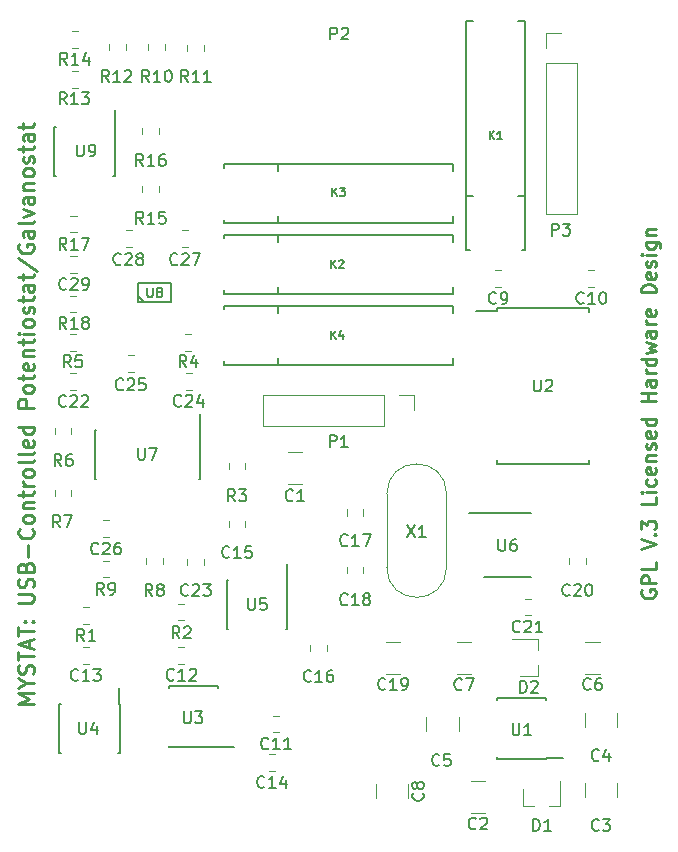
<source format=gto>
G04 #@! TF.GenerationSoftware,KiCad,Pcbnew,5.0.0+dfsg1-1*
G04 #@! TF.CreationDate,2018-07-26T15:49:12-04:00*
G04 #@! TF.ProjectId,mystat,6D79737461742E6B696361645F706362,1*
G04 #@! TF.SameCoordinates,Original*
G04 #@! TF.FileFunction,Legend,Top*
G04 #@! TF.FilePolarity,Positive*
%FSLAX46Y46*%
G04 Gerber Fmt 4.6, Leading zero omitted, Abs format (unit mm)*
G04 Created by KiCad (PCBNEW 5.0.0+dfsg1-1) date Thu Jul 26 15:49:12 2018*
%MOMM*%
%LPD*%
G01*
G04 APERTURE LIST*
%ADD10C,0.250000*%
%ADD11C,0.120000*%
%ADD12C,0.150000*%
G04 APERTURE END LIST*
D10*
X103400000Y-99171428D02*
X103342857Y-99285714D01*
X103342857Y-99457142D01*
X103400000Y-99628571D01*
X103514285Y-99742857D01*
X103628571Y-99800000D01*
X103857142Y-99857142D01*
X104028571Y-99857142D01*
X104257142Y-99800000D01*
X104371428Y-99742857D01*
X104485714Y-99628571D01*
X104542857Y-99457142D01*
X104542857Y-99342857D01*
X104485714Y-99171428D01*
X104428571Y-99114285D01*
X104028571Y-99114285D01*
X104028571Y-99342857D01*
X104542857Y-98600000D02*
X103342857Y-98600000D01*
X103342857Y-98142857D01*
X103400000Y-98028571D01*
X103457142Y-97971428D01*
X103571428Y-97914285D01*
X103742857Y-97914285D01*
X103857142Y-97971428D01*
X103914285Y-98028571D01*
X103971428Y-98142857D01*
X103971428Y-98600000D01*
X104542857Y-96828571D02*
X104542857Y-97400000D01*
X103342857Y-97400000D01*
X103342857Y-95685714D02*
X104542857Y-95285714D01*
X103342857Y-94885714D01*
X104428571Y-94485714D02*
X104485714Y-94428571D01*
X104542857Y-94485714D01*
X104485714Y-94542857D01*
X104428571Y-94485714D01*
X104542857Y-94485714D01*
X103342857Y-94028571D02*
X103342857Y-93285714D01*
X103800000Y-93685714D01*
X103800000Y-93514285D01*
X103857142Y-93400000D01*
X103914285Y-93342857D01*
X104028571Y-93285714D01*
X104314285Y-93285714D01*
X104428571Y-93342857D01*
X104485714Y-93400000D01*
X104542857Y-93514285D01*
X104542857Y-93857142D01*
X104485714Y-93971428D01*
X104428571Y-94028571D01*
X104542857Y-91285714D02*
X104542857Y-91857142D01*
X103342857Y-91857142D01*
X104542857Y-90885714D02*
X103742857Y-90885714D01*
X103342857Y-90885714D02*
X103400000Y-90942857D01*
X103457142Y-90885714D01*
X103400000Y-90828571D01*
X103342857Y-90885714D01*
X103457142Y-90885714D01*
X104485714Y-89800000D02*
X104542857Y-89914285D01*
X104542857Y-90142857D01*
X104485714Y-90257142D01*
X104428571Y-90314285D01*
X104314285Y-90371428D01*
X103971428Y-90371428D01*
X103857142Y-90314285D01*
X103800000Y-90257142D01*
X103742857Y-90142857D01*
X103742857Y-89914285D01*
X103800000Y-89800000D01*
X104485714Y-88828571D02*
X104542857Y-88942857D01*
X104542857Y-89171428D01*
X104485714Y-89285714D01*
X104371428Y-89342857D01*
X103914285Y-89342857D01*
X103800000Y-89285714D01*
X103742857Y-89171428D01*
X103742857Y-88942857D01*
X103800000Y-88828571D01*
X103914285Y-88771428D01*
X104028571Y-88771428D01*
X104142857Y-89342857D01*
X103742857Y-88257142D02*
X104542857Y-88257142D01*
X103857142Y-88257142D02*
X103800000Y-88200000D01*
X103742857Y-88085714D01*
X103742857Y-87914285D01*
X103800000Y-87800000D01*
X103914285Y-87742857D01*
X104542857Y-87742857D01*
X104485714Y-87228571D02*
X104542857Y-87114285D01*
X104542857Y-86885714D01*
X104485714Y-86771428D01*
X104371428Y-86714285D01*
X104314285Y-86714285D01*
X104200000Y-86771428D01*
X104142857Y-86885714D01*
X104142857Y-87057142D01*
X104085714Y-87171428D01*
X103971428Y-87228571D01*
X103914285Y-87228571D01*
X103800000Y-87171428D01*
X103742857Y-87057142D01*
X103742857Y-86885714D01*
X103800000Y-86771428D01*
X104485714Y-85742857D02*
X104542857Y-85857142D01*
X104542857Y-86085714D01*
X104485714Y-86200000D01*
X104371428Y-86257142D01*
X103914285Y-86257142D01*
X103800000Y-86200000D01*
X103742857Y-86085714D01*
X103742857Y-85857142D01*
X103800000Y-85742857D01*
X103914285Y-85685714D01*
X104028571Y-85685714D01*
X104142857Y-86257142D01*
X104542857Y-84657142D02*
X103342857Y-84657142D01*
X104485714Y-84657142D02*
X104542857Y-84771428D01*
X104542857Y-85000000D01*
X104485714Y-85114285D01*
X104428571Y-85171428D01*
X104314285Y-85228571D01*
X103971428Y-85228571D01*
X103857142Y-85171428D01*
X103800000Y-85114285D01*
X103742857Y-85000000D01*
X103742857Y-84771428D01*
X103800000Y-84657142D01*
X104542857Y-83171428D02*
X103342857Y-83171428D01*
X103914285Y-83171428D02*
X103914285Y-82485714D01*
X104542857Y-82485714D02*
X103342857Y-82485714D01*
X104542857Y-81400000D02*
X103914285Y-81400000D01*
X103800000Y-81457142D01*
X103742857Y-81571428D01*
X103742857Y-81800000D01*
X103800000Y-81914285D01*
X104485714Y-81400000D02*
X104542857Y-81514285D01*
X104542857Y-81800000D01*
X104485714Y-81914285D01*
X104371428Y-81971428D01*
X104257142Y-81971428D01*
X104142857Y-81914285D01*
X104085714Y-81800000D01*
X104085714Y-81514285D01*
X104028571Y-81400000D01*
X104542857Y-80828571D02*
X103742857Y-80828571D01*
X103971428Y-80828571D02*
X103857142Y-80771428D01*
X103800000Y-80714285D01*
X103742857Y-80600000D01*
X103742857Y-80485714D01*
X104542857Y-79571428D02*
X103342857Y-79571428D01*
X104485714Y-79571428D02*
X104542857Y-79685714D01*
X104542857Y-79914285D01*
X104485714Y-80028571D01*
X104428571Y-80085714D01*
X104314285Y-80142857D01*
X103971428Y-80142857D01*
X103857142Y-80085714D01*
X103800000Y-80028571D01*
X103742857Y-79914285D01*
X103742857Y-79685714D01*
X103800000Y-79571428D01*
X103742857Y-79114285D02*
X104542857Y-78885714D01*
X103971428Y-78657142D01*
X104542857Y-78428571D01*
X103742857Y-78200000D01*
X104542857Y-77228571D02*
X103914285Y-77228571D01*
X103800000Y-77285714D01*
X103742857Y-77400000D01*
X103742857Y-77628571D01*
X103800000Y-77742857D01*
X104485714Y-77228571D02*
X104542857Y-77342857D01*
X104542857Y-77628571D01*
X104485714Y-77742857D01*
X104371428Y-77800000D01*
X104257142Y-77800000D01*
X104142857Y-77742857D01*
X104085714Y-77628571D01*
X104085714Y-77342857D01*
X104028571Y-77228571D01*
X104542857Y-76657142D02*
X103742857Y-76657142D01*
X103971428Y-76657142D02*
X103857142Y-76600000D01*
X103800000Y-76542857D01*
X103742857Y-76428571D01*
X103742857Y-76314285D01*
X104485714Y-75457142D02*
X104542857Y-75571428D01*
X104542857Y-75800000D01*
X104485714Y-75914285D01*
X104371428Y-75971428D01*
X103914285Y-75971428D01*
X103800000Y-75914285D01*
X103742857Y-75800000D01*
X103742857Y-75571428D01*
X103800000Y-75457142D01*
X103914285Y-75400000D01*
X104028571Y-75400000D01*
X104142857Y-75971428D01*
X104542857Y-73971428D02*
X103342857Y-73971428D01*
X103342857Y-73685714D01*
X103400000Y-73514285D01*
X103514285Y-73400000D01*
X103628571Y-73342857D01*
X103857142Y-73285714D01*
X104028571Y-73285714D01*
X104257142Y-73342857D01*
X104371428Y-73400000D01*
X104485714Y-73514285D01*
X104542857Y-73685714D01*
X104542857Y-73971428D01*
X104485714Y-72314285D02*
X104542857Y-72428571D01*
X104542857Y-72657142D01*
X104485714Y-72771428D01*
X104371428Y-72828571D01*
X103914285Y-72828571D01*
X103800000Y-72771428D01*
X103742857Y-72657142D01*
X103742857Y-72428571D01*
X103800000Y-72314285D01*
X103914285Y-72257142D01*
X104028571Y-72257142D01*
X104142857Y-72828571D01*
X104485714Y-71800000D02*
X104542857Y-71685714D01*
X104542857Y-71457142D01*
X104485714Y-71342857D01*
X104371428Y-71285714D01*
X104314285Y-71285714D01*
X104200000Y-71342857D01*
X104142857Y-71457142D01*
X104142857Y-71628571D01*
X104085714Y-71742857D01*
X103971428Y-71800000D01*
X103914285Y-71800000D01*
X103800000Y-71742857D01*
X103742857Y-71628571D01*
X103742857Y-71457142D01*
X103800000Y-71342857D01*
X104542857Y-70771428D02*
X103742857Y-70771428D01*
X103342857Y-70771428D02*
X103400000Y-70828571D01*
X103457142Y-70771428D01*
X103400000Y-70714285D01*
X103342857Y-70771428D01*
X103457142Y-70771428D01*
X103742857Y-69685714D02*
X104714285Y-69685714D01*
X104828571Y-69742857D01*
X104885714Y-69800000D01*
X104942857Y-69914285D01*
X104942857Y-70085714D01*
X104885714Y-70200000D01*
X104485714Y-69685714D02*
X104542857Y-69800000D01*
X104542857Y-70028571D01*
X104485714Y-70142857D01*
X104428571Y-70200000D01*
X104314285Y-70257142D01*
X103971428Y-70257142D01*
X103857142Y-70200000D01*
X103800000Y-70142857D01*
X103742857Y-70028571D01*
X103742857Y-69800000D01*
X103800000Y-69685714D01*
X103742857Y-69114285D02*
X104542857Y-69114285D01*
X103857142Y-69114285D02*
X103800000Y-69057142D01*
X103742857Y-68942857D01*
X103742857Y-68771428D01*
X103800000Y-68657142D01*
X103914285Y-68600000D01*
X104542857Y-68600000D01*
X51888095Y-108783333D02*
X50588095Y-108783333D01*
X51516666Y-108350000D01*
X50588095Y-107916666D01*
X51888095Y-107916666D01*
X51269047Y-107050000D02*
X51888095Y-107050000D01*
X50588095Y-107483333D02*
X51269047Y-107050000D01*
X50588095Y-106616666D01*
X51826190Y-106245238D02*
X51888095Y-106059523D01*
X51888095Y-105750000D01*
X51826190Y-105626190D01*
X51764285Y-105564285D01*
X51640476Y-105502380D01*
X51516666Y-105502380D01*
X51392857Y-105564285D01*
X51330952Y-105626190D01*
X51269047Y-105750000D01*
X51207142Y-105997619D01*
X51145238Y-106121428D01*
X51083333Y-106183333D01*
X50959523Y-106245238D01*
X50835714Y-106245238D01*
X50711904Y-106183333D01*
X50650000Y-106121428D01*
X50588095Y-105997619D01*
X50588095Y-105688095D01*
X50650000Y-105502380D01*
X50588095Y-105130952D02*
X50588095Y-104388095D01*
X51888095Y-104759523D02*
X50588095Y-104759523D01*
X51516666Y-104016666D02*
X51516666Y-103397619D01*
X51888095Y-104140476D02*
X50588095Y-103707142D01*
X51888095Y-103273809D01*
X50588095Y-103026190D02*
X50588095Y-102283333D01*
X51888095Y-102654761D02*
X50588095Y-102654761D01*
X51764285Y-101850000D02*
X51826190Y-101788095D01*
X51888095Y-101850000D01*
X51826190Y-101911904D01*
X51764285Y-101850000D01*
X51888095Y-101850000D01*
X51083333Y-101850000D02*
X51145238Y-101788095D01*
X51207142Y-101850000D01*
X51145238Y-101911904D01*
X51083333Y-101850000D01*
X51207142Y-101850000D01*
X50588095Y-100240476D02*
X51640476Y-100240476D01*
X51764285Y-100178571D01*
X51826190Y-100116666D01*
X51888095Y-99992857D01*
X51888095Y-99745238D01*
X51826190Y-99621428D01*
X51764285Y-99559523D01*
X51640476Y-99497619D01*
X50588095Y-99497619D01*
X51826190Y-98940476D02*
X51888095Y-98754761D01*
X51888095Y-98445238D01*
X51826190Y-98321428D01*
X51764285Y-98259523D01*
X51640476Y-98197619D01*
X51516666Y-98197619D01*
X51392857Y-98259523D01*
X51330952Y-98321428D01*
X51269047Y-98445238D01*
X51207142Y-98692857D01*
X51145238Y-98816666D01*
X51083333Y-98878571D01*
X50959523Y-98940476D01*
X50835714Y-98940476D01*
X50711904Y-98878571D01*
X50650000Y-98816666D01*
X50588095Y-98692857D01*
X50588095Y-98383333D01*
X50650000Y-98197619D01*
X51207142Y-97207142D02*
X51269047Y-97021428D01*
X51330952Y-96959523D01*
X51454761Y-96897619D01*
X51640476Y-96897619D01*
X51764285Y-96959523D01*
X51826190Y-97021428D01*
X51888095Y-97145238D01*
X51888095Y-97640476D01*
X50588095Y-97640476D01*
X50588095Y-97207142D01*
X50650000Y-97083333D01*
X50711904Y-97021428D01*
X50835714Y-96959523D01*
X50959523Y-96959523D01*
X51083333Y-97021428D01*
X51145238Y-97083333D01*
X51207142Y-97207142D01*
X51207142Y-97640476D01*
X51392857Y-96340476D02*
X51392857Y-95350000D01*
X51764285Y-93988095D02*
X51826190Y-94050000D01*
X51888095Y-94235714D01*
X51888095Y-94359523D01*
X51826190Y-94545238D01*
X51702380Y-94669047D01*
X51578571Y-94730952D01*
X51330952Y-94792857D01*
X51145238Y-94792857D01*
X50897619Y-94730952D01*
X50773809Y-94669047D01*
X50650000Y-94545238D01*
X50588095Y-94359523D01*
X50588095Y-94235714D01*
X50650000Y-94050000D01*
X50711904Y-93988095D01*
X51888095Y-93245238D02*
X51826190Y-93369047D01*
X51764285Y-93430952D01*
X51640476Y-93492857D01*
X51269047Y-93492857D01*
X51145238Y-93430952D01*
X51083333Y-93369047D01*
X51021428Y-93245238D01*
X51021428Y-93059523D01*
X51083333Y-92935714D01*
X51145238Y-92873809D01*
X51269047Y-92811904D01*
X51640476Y-92811904D01*
X51764285Y-92873809D01*
X51826190Y-92935714D01*
X51888095Y-93059523D01*
X51888095Y-93245238D01*
X51021428Y-92254761D02*
X51888095Y-92254761D01*
X51145238Y-92254761D02*
X51083333Y-92192857D01*
X51021428Y-92069047D01*
X51021428Y-91883333D01*
X51083333Y-91759523D01*
X51207142Y-91697619D01*
X51888095Y-91697619D01*
X51021428Y-91264285D02*
X51021428Y-90769047D01*
X50588095Y-91078571D02*
X51702380Y-91078571D01*
X51826190Y-91016666D01*
X51888095Y-90892857D01*
X51888095Y-90769047D01*
X51888095Y-90335714D02*
X51021428Y-90335714D01*
X51269047Y-90335714D02*
X51145238Y-90273809D01*
X51083333Y-90211904D01*
X51021428Y-90088095D01*
X51021428Y-89964285D01*
X51888095Y-89345238D02*
X51826190Y-89469047D01*
X51764285Y-89530952D01*
X51640476Y-89592857D01*
X51269047Y-89592857D01*
X51145238Y-89530952D01*
X51083333Y-89469047D01*
X51021428Y-89345238D01*
X51021428Y-89159523D01*
X51083333Y-89035714D01*
X51145238Y-88973809D01*
X51269047Y-88911904D01*
X51640476Y-88911904D01*
X51764285Y-88973809D01*
X51826190Y-89035714D01*
X51888095Y-89159523D01*
X51888095Y-89345238D01*
X51888095Y-88169047D02*
X51826190Y-88292857D01*
X51702380Y-88354761D01*
X50588095Y-88354761D01*
X51888095Y-87488095D02*
X51826190Y-87611904D01*
X51702380Y-87673809D01*
X50588095Y-87673809D01*
X51826190Y-86497619D02*
X51888095Y-86621428D01*
X51888095Y-86869047D01*
X51826190Y-86992857D01*
X51702380Y-87054761D01*
X51207142Y-87054761D01*
X51083333Y-86992857D01*
X51021428Y-86869047D01*
X51021428Y-86621428D01*
X51083333Y-86497619D01*
X51207142Y-86435714D01*
X51330952Y-86435714D01*
X51454761Y-87054761D01*
X51888095Y-85321428D02*
X50588095Y-85321428D01*
X51826190Y-85321428D02*
X51888095Y-85445238D01*
X51888095Y-85692857D01*
X51826190Y-85816666D01*
X51764285Y-85878571D01*
X51640476Y-85940476D01*
X51269047Y-85940476D01*
X51145238Y-85878571D01*
X51083333Y-85816666D01*
X51021428Y-85692857D01*
X51021428Y-85445238D01*
X51083333Y-85321428D01*
X51888095Y-83711904D02*
X50588095Y-83711904D01*
X50588095Y-83216666D01*
X50650000Y-83092857D01*
X50711904Y-83030952D01*
X50835714Y-82969047D01*
X51021428Y-82969047D01*
X51145238Y-83030952D01*
X51207142Y-83092857D01*
X51269047Y-83216666D01*
X51269047Y-83711904D01*
X51888095Y-82226190D02*
X51826190Y-82350000D01*
X51764285Y-82411904D01*
X51640476Y-82473809D01*
X51269047Y-82473809D01*
X51145238Y-82411904D01*
X51083333Y-82350000D01*
X51021428Y-82226190D01*
X51021428Y-82040476D01*
X51083333Y-81916666D01*
X51145238Y-81854761D01*
X51269047Y-81792857D01*
X51640476Y-81792857D01*
X51764285Y-81854761D01*
X51826190Y-81916666D01*
X51888095Y-82040476D01*
X51888095Y-82226190D01*
X51021428Y-81421428D02*
X51021428Y-80926190D01*
X50588095Y-81235714D02*
X51702380Y-81235714D01*
X51826190Y-81173809D01*
X51888095Y-81050000D01*
X51888095Y-80926190D01*
X51826190Y-79997619D02*
X51888095Y-80121428D01*
X51888095Y-80369047D01*
X51826190Y-80492857D01*
X51702380Y-80554761D01*
X51207142Y-80554761D01*
X51083333Y-80492857D01*
X51021428Y-80369047D01*
X51021428Y-80121428D01*
X51083333Y-79997619D01*
X51207142Y-79935714D01*
X51330952Y-79935714D01*
X51454761Y-80554761D01*
X51021428Y-79378571D02*
X51888095Y-79378571D01*
X51145238Y-79378571D02*
X51083333Y-79316666D01*
X51021428Y-79192857D01*
X51021428Y-79007142D01*
X51083333Y-78883333D01*
X51207142Y-78821428D01*
X51888095Y-78821428D01*
X51021428Y-78388095D02*
X51021428Y-77892857D01*
X50588095Y-78202380D02*
X51702380Y-78202380D01*
X51826190Y-78140476D01*
X51888095Y-78016666D01*
X51888095Y-77892857D01*
X51888095Y-77459523D02*
X51021428Y-77459523D01*
X50588095Y-77459523D02*
X50650000Y-77521428D01*
X50711904Y-77459523D01*
X50650000Y-77397619D01*
X50588095Y-77459523D01*
X50711904Y-77459523D01*
X51888095Y-76654761D02*
X51826190Y-76778571D01*
X51764285Y-76840476D01*
X51640476Y-76902380D01*
X51269047Y-76902380D01*
X51145238Y-76840476D01*
X51083333Y-76778571D01*
X51021428Y-76654761D01*
X51021428Y-76469047D01*
X51083333Y-76345238D01*
X51145238Y-76283333D01*
X51269047Y-76221428D01*
X51640476Y-76221428D01*
X51764285Y-76283333D01*
X51826190Y-76345238D01*
X51888095Y-76469047D01*
X51888095Y-76654761D01*
X51826190Y-75726190D02*
X51888095Y-75602380D01*
X51888095Y-75354761D01*
X51826190Y-75230952D01*
X51702380Y-75169047D01*
X51640476Y-75169047D01*
X51516666Y-75230952D01*
X51454761Y-75354761D01*
X51454761Y-75540476D01*
X51392857Y-75664285D01*
X51269047Y-75726190D01*
X51207142Y-75726190D01*
X51083333Y-75664285D01*
X51021428Y-75540476D01*
X51021428Y-75354761D01*
X51083333Y-75230952D01*
X51021428Y-74797619D02*
X51021428Y-74302380D01*
X50588095Y-74611904D02*
X51702380Y-74611904D01*
X51826190Y-74550000D01*
X51888095Y-74426190D01*
X51888095Y-74302380D01*
X51888095Y-73311904D02*
X51207142Y-73311904D01*
X51083333Y-73373809D01*
X51021428Y-73497619D01*
X51021428Y-73745238D01*
X51083333Y-73869047D01*
X51826190Y-73311904D02*
X51888095Y-73435714D01*
X51888095Y-73745238D01*
X51826190Y-73869047D01*
X51702380Y-73930952D01*
X51578571Y-73930952D01*
X51454761Y-73869047D01*
X51392857Y-73745238D01*
X51392857Y-73435714D01*
X51330952Y-73311904D01*
X51021428Y-72878571D02*
X51021428Y-72383333D01*
X50588095Y-72692857D02*
X51702380Y-72692857D01*
X51826190Y-72630952D01*
X51888095Y-72507142D01*
X51888095Y-72383333D01*
X50526190Y-71021428D02*
X52197619Y-72135714D01*
X50650000Y-69907142D02*
X50588095Y-70030952D01*
X50588095Y-70216666D01*
X50650000Y-70402380D01*
X50773809Y-70526190D01*
X50897619Y-70588095D01*
X51145238Y-70650000D01*
X51330952Y-70650000D01*
X51578571Y-70588095D01*
X51702380Y-70526190D01*
X51826190Y-70402380D01*
X51888095Y-70216666D01*
X51888095Y-70092857D01*
X51826190Y-69907142D01*
X51764285Y-69845238D01*
X51330952Y-69845238D01*
X51330952Y-70092857D01*
X51888095Y-68730952D02*
X51207142Y-68730952D01*
X51083333Y-68792857D01*
X51021428Y-68916666D01*
X51021428Y-69164285D01*
X51083333Y-69288095D01*
X51826190Y-68730952D02*
X51888095Y-68854761D01*
X51888095Y-69164285D01*
X51826190Y-69288095D01*
X51702380Y-69350000D01*
X51578571Y-69350000D01*
X51454761Y-69288095D01*
X51392857Y-69164285D01*
X51392857Y-68854761D01*
X51330952Y-68730952D01*
X51888095Y-67926190D02*
X51826190Y-68050000D01*
X51702380Y-68111904D01*
X50588095Y-68111904D01*
X51021428Y-67554761D02*
X51888095Y-67245238D01*
X51021428Y-66935714D01*
X51888095Y-65883333D02*
X51207142Y-65883333D01*
X51083333Y-65945238D01*
X51021428Y-66069047D01*
X51021428Y-66316666D01*
X51083333Y-66440476D01*
X51826190Y-65883333D02*
X51888095Y-66007142D01*
X51888095Y-66316666D01*
X51826190Y-66440476D01*
X51702380Y-66502380D01*
X51578571Y-66502380D01*
X51454761Y-66440476D01*
X51392857Y-66316666D01*
X51392857Y-66007142D01*
X51330952Y-65883333D01*
X51021428Y-65264285D02*
X51888095Y-65264285D01*
X51145238Y-65264285D02*
X51083333Y-65202380D01*
X51021428Y-65078571D01*
X51021428Y-64892857D01*
X51083333Y-64769047D01*
X51207142Y-64707142D01*
X51888095Y-64707142D01*
X51888095Y-63902380D02*
X51826190Y-64026190D01*
X51764285Y-64088095D01*
X51640476Y-64150000D01*
X51269047Y-64150000D01*
X51145238Y-64088095D01*
X51083333Y-64026190D01*
X51021428Y-63902380D01*
X51021428Y-63716666D01*
X51083333Y-63592857D01*
X51145238Y-63530952D01*
X51269047Y-63469047D01*
X51640476Y-63469047D01*
X51764285Y-63530952D01*
X51826190Y-63592857D01*
X51888095Y-63716666D01*
X51888095Y-63902380D01*
X51826190Y-62973809D02*
X51888095Y-62850000D01*
X51888095Y-62602380D01*
X51826190Y-62478571D01*
X51702380Y-62416666D01*
X51640476Y-62416666D01*
X51516666Y-62478571D01*
X51454761Y-62602380D01*
X51454761Y-62788095D01*
X51392857Y-62911904D01*
X51269047Y-62973809D01*
X51207142Y-62973809D01*
X51083333Y-62911904D01*
X51021428Y-62788095D01*
X51021428Y-62602380D01*
X51083333Y-62478571D01*
X51021428Y-62045238D02*
X51021428Y-61550000D01*
X50588095Y-61859523D02*
X51702380Y-61859523D01*
X51826190Y-61797619D01*
X51888095Y-61673809D01*
X51888095Y-61550000D01*
X51888095Y-60559523D02*
X51207142Y-60559523D01*
X51083333Y-60621428D01*
X51021428Y-60745238D01*
X51021428Y-60992857D01*
X51083333Y-61116666D01*
X51826190Y-60559523D02*
X51888095Y-60683333D01*
X51888095Y-60992857D01*
X51826190Y-61116666D01*
X51702380Y-61178571D01*
X51578571Y-61178571D01*
X51454761Y-61116666D01*
X51392857Y-60992857D01*
X51392857Y-60683333D01*
X51330952Y-60559523D01*
X51021428Y-60126190D02*
X51021428Y-59630952D01*
X50588095Y-59940476D02*
X51702380Y-59940476D01*
X51826190Y-59878571D01*
X51888095Y-59754761D01*
X51888095Y-59630952D01*
D11*
G04 #@! TO.C,C28*
X59678922Y-68690000D02*
X60196078Y-68690000D01*
X59678922Y-70110000D02*
X60196078Y-70110000D01*
G04 #@! TO.C,C1*
X73397936Y-87440000D02*
X74602064Y-87440000D01*
X73397936Y-90160000D02*
X74602064Y-90160000D01*
G04 #@! TO.C,C2*
X90102064Y-115340000D02*
X88897936Y-115340000D01*
X90102064Y-118060000D02*
X88897936Y-118060000D01*
G04 #@! TO.C,C3*
X98540000Y-116702064D02*
X98540000Y-115497936D01*
X101260000Y-116702064D02*
X101260000Y-115497936D01*
G04 #@! TO.C,C4*
X101260000Y-110802064D02*
X101260000Y-109597936D01*
X98540000Y-110802064D02*
X98540000Y-109597936D01*
G04 #@! TO.C,C5*
X85140000Y-111102064D02*
X85140000Y-109897936D01*
X87860000Y-111102064D02*
X87860000Y-109897936D01*
G04 #@! TO.C,C6*
X99802064Y-103540000D02*
X98597936Y-103540000D01*
X99802064Y-106260000D02*
X98597936Y-106260000D01*
G04 #@! TO.C,C7*
X87697936Y-103540000D02*
X88902064Y-103540000D01*
X87697936Y-106260000D02*
X88902064Y-106260000D01*
G04 #@! TO.C,C8*
X80840000Y-115597936D02*
X80840000Y-116802064D01*
X83560000Y-115597936D02*
X83560000Y-116802064D01*
G04 #@! TO.C,C9*
X90941422Y-72090000D02*
X91458578Y-72090000D01*
X90941422Y-73510000D02*
X91458578Y-73510000D01*
G04 #@! TO.C,C10*
X99358578Y-72090000D02*
X98841422Y-72090000D01*
X99358578Y-73510000D02*
X98841422Y-73510000D01*
G04 #@! TO.C,C11*
X72141422Y-111210000D02*
X72658578Y-111210000D01*
X72141422Y-109790000D02*
X72658578Y-109790000D01*
G04 #@! TO.C,C12*
X64654146Y-105442918D02*
X64136990Y-105442918D01*
X64654146Y-104022918D02*
X64136990Y-104022918D01*
G04 #@! TO.C,C13*
X56577913Y-103999042D02*
X56060757Y-103999042D01*
X56577913Y-105419042D02*
X56060757Y-105419042D01*
G04 #@! TO.C,C14*
X71841422Y-114510000D02*
X72358578Y-114510000D01*
X71841422Y-113090000D02*
X72358578Y-113090000D01*
G04 #@! TO.C,C15*
X69810000Y-93341422D02*
X69810000Y-93858578D01*
X68390000Y-93341422D02*
X68390000Y-93858578D01*
G04 #@! TO.C,C16*
X76710000Y-103841422D02*
X76710000Y-104358578D01*
X75290000Y-103841422D02*
X75290000Y-104358578D01*
G04 #@! TO.C,C17*
X78390000Y-92341422D02*
X78390000Y-92858578D01*
X79810000Y-92341422D02*
X79810000Y-92858578D01*
G04 #@! TO.C,C18*
X79810000Y-97241422D02*
X79810000Y-97758578D01*
X78390000Y-97241422D02*
X78390000Y-97758578D01*
G04 #@! TO.C,C19*
X82902064Y-106260000D02*
X81697936Y-106260000D01*
X82902064Y-103540000D02*
X81697936Y-103540000D01*
G04 #@! TO.C,C20*
X97199511Y-96954517D02*
X97199511Y-96437361D01*
X98619511Y-96954517D02*
X98619511Y-96437361D01*
G04 #@! TO.C,C21*
X93968089Y-99885939D02*
X93450933Y-99885939D01*
X93968089Y-101305939D02*
X93450933Y-101305939D01*
G04 #@! TO.C,C22*
X55458578Y-80790000D02*
X54941422Y-80790000D01*
X55458578Y-82210000D02*
X54941422Y-82210000D01*
G04 #@! TO.C,C23*
X64860830Y-97038575D02*
X64860830Y-96521419D01*
X66280830Y-97038575D02*
X66280830Y-96521419D01*
G04 #@! TO.C,C24*
X65279408Y-82239997D02*
X64762252Y-82239997D01*
X65279408Y-80819997D02*
X64762252Y-80819997D01*
G04 #@! TO.C,C25*
X60358578Y-79290000D02*
X59841422Y-79290000D01*
X60358578Y-80710000D02*
X59841422Y-80710000D01*
G04 #@! TO.C,C26*
X58279408Y-93269997D02*
X57762252Y-93269997D01*
X58279408Y-94689997D02*
X57762252Y-94689997D01*
G04 #@! TO.C,C27*
X64958578Y-68690000D02*
X64441422Y-68690000D01*
X64958578Y-70110000D02*
X64441422Y-70110000D01*
G04 #@! TO.C,C29*
X55001752Y-70867421D02*
X55518908Y-70867421D01*
X55001752Y-72287421D02*
X55518908Y-72287421D01*
G04 #@! TO.C,D1*
X93320000Y-117460000D02*
X93320000Y-116000000D01*
X96480000Y-117460000D02*
X96480000Y-115300000D01*
X96480000Y-117460000D02*
X95550000Y-117460000D01*
X93320000Y-117460000D02*
X94250000Y-117460000D01*
G04 #@! TO.C,D2*
X94560000Y-106480000D02*
X94560000Y-105550000D01*
X94560000Y-103320000D02*
X94560000Y-104250000D01*
X94560000Y-103320000D02*
X92400000Y-103320000D01*
X94560000Y-106480000D02*
X93100000Y-106480000D01*
D12*
G04 #@! TO.C,K1*
X88500000Y-51000000D02*
X89100000Y-51000000D01*
X88500000Y-70400000D02*
X88800000Y-70400000D01*
X93500000Y-51000000D02*
X92900000Y-51000000D01*
X93500000Y-70400000D02*
X93200000Y-70400000D01*
X88500000Y-65820000D02*
X89100000Y-65820000D01*
X93500000Y-65820000D02*
X92900000Y-65820000D01*
X88500000Y-70400000D02*
X88500000Y-51000000D01*
X93500000Y-51000000D02*
X93500000Y-70400000D01*
G04 #@! TO.C,K2*
X87400000Y-74100000D02*
X68000000Y-74100000D01*
X68000000Y-69100000D02*
X87400000Y-69100000D01*
X72580000Y-74100000D02*
X72580000Y-73500000D01*
X72580000Y-69100000D02*
X72580000Y-69700000D01*
X68000000Y-74100000D02*
X68000000Y-73800000D01*
X87400000Y-74100000D02*
X87400000Y-73500000D01*
X68000000Y-69100000D02*
X68000000Y-69400000D01*
X87400000Y-69100000D02*
X87400000Y-69700000D01*
G04 #@! TO.C,K3*
X87400000Y-68100000D02*
X68000000Y-68100000D01*
X68000000Y-63100000D02*
X87400000Y-63100000D01*
X72580000Y-68100000D02*
X72580000Y-67500000D01*
X72580000Y-63100000D02*
X72580000Y-63700000D01*
X68000000Y-68100000D02*
X68000000Y-67800000D01*
X87400000Y-68100000D02*
X87400000Y-67500000D01*
X68000000Y-63100000D02*
X68000000Y-63400000D01*
X87400000Y-63100000D02*
X87400000Y-63700000D01*
G04 #@! TO.C,K4*
X87400000Y-75100000D02*
X87400000Y-75700000D01*
X68000000Y-75100000D02*
X68000000Y-75400000D01*
X87400000Y-80100000D02*
X87400000Y-79500000D01*
X68000000Y-80100000D02*
X68000000Y-79800000D01*
X72580000Y-75100000D02*
X72580000Y-75700000D01*
X72580000Y-80100000D02*
X72580000Y-79500000D01*
X68000000Y-75100000D02*
X87400000Y-75100000D01*
X87400000Y-80100000D02*
X68000000Y-80100000D01*
D11*
G04 #@! TO.C,P1*
X71288286Y-82634941D02*
X71288286Y-85294941D01*
X81508286Y-82634941D02*
X71288286Y-82634941D01*
X81508286Y-85294941D02*
X71288286Y-85294941D01*
X81508286Y-82634941D02*
X81508286Y-85294941D01*
X82778286Y-82634941D02*
X84108286Y-82634941D01*
X84108286Y-82634941D02*
X84108286Y-83964941D01*
G04 #@! TO.C,P3*
X95220000Y-67330000D02*
X97880000Y-67330000D01*
X95220000Y-54570000D02*
X95220000Y-67330000D01*
X97880000Y-54570000D02*
X97880000Y-67330000D01*
X95220000Y-54570000D02*
X97880000Y-54570000D01*
X95220000Y-53300000D02*
X95220000Y-51970000D01*
X95220000Y-51970000D02*
X96550000Y-51970000D01*
G04 #@! TO.C,R1*
X56060757Y-100599042D02*
X56577913Y-100599042D01*
X56060757Y-102019042D02*
X56577913Y-102019042D01*
G04 #@! TO.C,R2*
X64654146Y-101742918D02*
X64136990Y-101742918D01*
X64654146Y-100322918D02*
X64136990Y-100322918D01*
G04 #@! TO.C,R3*
X68390000Y-88441422D02*
X68390000Y-88958578D01*
X69810000Y-88441422D02*
X69810000Y-88958578D01*
G04 #@! TO.C,R4*
X65229408Y-78889997D02*
X64712252Y-78889997D01*
X65229408Y-77469997D02*
X64712252Y-77469997D01*
G04 #@! TO.C,R5*
X55458578Y-77490000D02*
X54941422Y-77490000D01*
X55458578Y-78910000D02*
X54941422Y-78910000D01*
G04 #@! TO.C,R6*
X53660830Y-85471419D02*
X53660830Y-85988575D01*
X55080830Y-85471419D02*
X55080830Y-85988575D01*
G04 #@! TO.C,R7*
X53660830Y-90671419D02*
X53660830Y-91188575D01*
X55080830Y-90671419D02*
X55080830Y-91188575D01*
G04 #@! TO.C,R8*
X61410830Y-96988575D02*
X61410830Y-96471419D01*
X62830830Y-96988575D02*
X62830830Y-96471419D01*
G04 #@! TO.C,R9*
X57762252Y-96669997D02*
X58279408Y-96669997D01*
X57762252Y-98089997D02*
X58279408Y-98089997D01*
G04 #@! TO.C,R10*
X61590000Y-52941422D02*
X61590000Y-53458578D01*
X63010000Y-52941422D02*
X63010000Y-53458578D01*
G04 #@! TO.C,R11*
X66310000Y-52978922D02*
X66310000Y-53496078D01*
X64890000Y-52978922D02*
X64890000Y-53496078D01*
G04 #@! TO.C,R12*
X59672500Y-52941422D02*
X59672500Y-53458578D01*
X58252500Y-52941422D02*
X58252500Y-53458578D01*
G04 #@! TO.C,R13*
X55101752Y-56637421D02*
X55618908Y-56637421D01*
X55101752Y-55217421D02*
X55618908Y-55217421D01*
G04 #@! TO.C,R14*
X55101752Y-53237421D02*
X55618908Y-53237421D01*
X55101752Y-51817421D02*
X55618908Y-51817421D01*
G04 #@! TO.C,R15*
X61090000Y-65458578D02*
X61090000Y-64941422D01*
X62510000Y-65458578D02*
X62510000Y-64941422D01*
G04 #@! TO.C,R16*
X61090000Y-60041422D02*
X61090000Y-60558578D01*
X62510000Y-60041422D02*
X62510000Y-60558578D01*
G04 #@! TO.C,R17*
X55001752Y-67467421D02*
X55518908Y-67467421D01*
X55001752Y-68887421D02*
X55518908Y-68887421D01*
G04 #@! TO.C,R18*
X54991422Y-75660000D02*
X55508578Y-75660000D01*
X54991422Y-74240000D02*
X55508578Y-74240000D01*
D12*
G04 #@! TO.C,U1*
X95275000Y-113425000D02*
X96675000Y-113425000D01*
X95275000Y-108325000D02*
X91125000Y-108325000D01*
X95275000Y-113475000D02*
X91125000Y-113475000D01*
X95275000Y-108325000D02*
X95275000Y-108470000D01*
X91125000Y-108325000D02*
X91125000Y-108470000D01*
X91125000Y-113475000D02*
X91125000Y-113330000D01*
X95275000Y-113475000D02*
X95275000Y-113425000D01*
G04 #@! TO.C,U2*
X91125000Y-75325000D02*
X91125000Y-75575000D01*
X98875000Y-75325000D02*
X98875000Y-75660000D01*
X98875000Y-88475000D02*
X98875000Y-88140000D01*
X91125000Y-88475000D02*
X91125000Y-88140000D01*
X91125000Y-75325000D02*
X98875000Y-75325000D01*
X91125000Y-88475000D02*
X98875000Y-88475000D01*
X91125000Y-75575000D02*
X89325000Y-75575000D01*
G04 #@! TO.C,U3*
X67475000Y-112475000D02*
X67475000Y-112425000D01*
X63325000Y-112475000D02*
X63325000Y-112330000D01*
X63325000Y-107325000D02*
X63325000Y-107470000D01*
X67475000Y-107325000D02*
X67475000Y-107470000D01*
X67475000Y-112475000D02*
X63325000Y-112475000D01*
X67475000Y-107325000D02*
X63325000Y-107325000D01*
X67475000Y-112425000D02*
X68875000Y-112425000D01*
G04 #@! TO.C,U4*
X59194335Y-108834042D02*
X59144335Y-108834042D01*
X59194335Y-112984042D02*
X59049335Y-112984042D01*
X54044335Y-112984042D02*
X54189335Y-112984042D01*
X54044335Y-108834042D02*
X54189335Y-108834042D01*
X59194335Y-108834042D02*
X59194335Y-112984042D01*
X54044335Y-108834042D02*
X54044335Y-112984042D01*
X59144335Y-108834042D02*
X59144335Y-107434042D01*
G04 #@! TO.C,U5*
X73325000Y-98325000D02*
X73325000Y-96925000D01*
X68225000Y-98325000D02*
X68225000Y-102475000D01*
X73375000Y-98325000D02*
X73375000Y-102475000D01*
X68225000Y-98325000D02*
X68370000Y-98325000D01*
X68225000Y-102475000D02*
X68370000Y-102475000D01*
X73375000Y-102475000D02*
X73230000Y-102475000D01*
X73375000Y-98325000D02*
X73325000Y-98325000D01*
G04 #@! TO.C,U6*
X90009511Y-98070939D02*
X94009511Y-98070939D01*
X88734511Y-92670939D02*
X94009511Y-92670939D01*
G04 #@! TO.C,U7*
X65970830Y-85604997D02*
X65945830Y-85604997D01*
X65970830Y-89754997D02*
X65855830Y-89754997D01*
X57070830Y-89754997D02*
X57185830Y-89754997D01*
X57070830Y-85604997D02*
X57185830Y-85604997D01*
X65970830Y-85604997D02*
X65970830Y-89754997D01*
X57070830Y-85604997D02*
X57070830Y-89754997D01*
X65945830Y-85604997D02*
X65945830Y-84229997D01*
G04 #@! TO.C,U8*
X60676200Y-74280000D02*
X61200000Y-74799200D01*
X60676200Y-73200800D02*
X63523800Y-73200800D01*
X63523800Y-73200800D02*
X63523800Y-74799200D01*
X63523800Y-74799200D02*
X60676200Y-74799200D01*
X60676200Y-74799200D02*
X60676200Y-73200800D01*
G04 #@! TO.C,U9*
X58785330Y-59952421D02*
X58735330Y-59952421D01*
X58785330Y-64102421D02*
X58640330Y-64102421D01*
X53635330Y-64102421D02*
X53780330Y-64102421D01*
X53635330Y-59952421D02*
X53780330Y-59952421D01*
X58785330Y-59952421D02*
X58785330Y-64102421D01*
X53635330Y-59952421D02*
X53635330Y-64102421D01*
X58735330Y-59952421D02*
X58735330Y-58552421D01*
D11*
G04 #@! TO.C,X1*
X86834511Y-91010939D02*
X86834511Y-97260939D01*
X81784511Y-91010939D02*
X81784511Y-97260939D01*
X81784511Y-91010939D02*
G75*
G02X86834511Y-91010939I2525000J0D01*
G01*
X81784511Y-97260939D02*
G75*
G03X86834511Y-97260939I2525000J0D01*
G01*
G04 #@! TO.C,P2*
D12*
X77011904Y-52552380D02*
X77011904Y-51552380D01*
X77392857Y-51552380D01*
X77488095Y-51600000D01*
X77535714Y-51647619D01*
X77583333Y-51742857D01*
X77583333Y-51885714D01*
X77535714Y-51980952D01*
X77488095Y-52028571D01*
X77392857Y-52076190D01*
X77011904Y-52076190D01*
X77964285Y-51647619D02*
X78011904Y-51600000D01*
X78107142Y-51552380D01*
X78345238Y-51552380D01*
X78440476Y-51600000D01*
X78488095Y-51647619D01*
X78535714Y-51742857D01*
X78535714Y-51838095D01*
X78488095Y-51980952D01*
X77916666Y-52552380D01*
X78535714Y-52552380D01*
G04 #@! TO.C,C28*
X59257142Y-71557142D02*
X59209523Y-71604761D01*
X59066666Y-71652380D01*
X58971428Y-71652380D01*
X58828571Y-71604761D01*
X58733333Y-71509523D01*
X58685714Y-71414285D01*
X58638095Y-71223809D01*
X58638095Y-71080952D01*
X58685714Y-70890476D01*
X58733333Y-70795238D01*
X58828571Y-70700000D01*
X58971428Y-70652380D01*
X59066666Y-70652380D01*
X59209523Y-70700000D01*
X59257142Y-70747619D01*
X59638095Y-70747619D02*
X59685714Y-70700000D01*
X59780952Y-70652380D01*
X60019047Y-70652380D01*
X60114285Y-70700000D01*
X60161904Y-70747619D01*
X60209523Y-70842857D01*
X60209523Y-70938095D01*
X60161904Y-71080952D01*
X59590476Y-71652380D01*
X60209523Y-71652380D01*
X60780952Y-71080952D02*
X60685714Y-71033333D01*
X60638095Y-70985714D01*
X60590476Y-70890476D01*
X60590476Y-70842857D01*
X60638095Y-70747619D01*
X60685714Y-70700000D01*
X60780952Y-70652380D01*
X60971428Y-70652380D01*
X61066666Y-70700000D01*
X61114285Y-70747619D01*
X61161904Y-70842857D01*
X61161904Y-70890476D01*
X61114285Y-70985714D01*
X61066666Y-71033333D01*
X60971428Y-71080952D01*
X60780952Y-71080952D01*
X60685714Y-71128571D01*
X60638095Y-71176190D01*
X60590476Y-71271428D01*
X60590476Y-71461904D01*
X60638095Y-71557142D01*
X60685714Y-71604761D01*
X60780952Y-71652380D01*
X60971428Y-71652380D01*
X61066666Y-71604761D01*
X61114285Y-71557142D01*
X61161904Y-71461904D01*
X61161904Y-71271428D01*
X61114285Y-71176190D01*
X61066666Y-71128571D01*
X60971428Y-71080952D01*
G04 #@! TO.C,C1*
X73833333Y-91557142D02*
X73785714Y-91604761D01*
X73642857Y-91652380D01*
X73547619Y-91652380D01*
X73404761Y-91604761D01*
X73309523Y-91509523D01*
X73261904Y-91414285D01*
X73214285Y-91223809D01*
X73214285Y-91080952D01*
X73261904Y-90890476D01*
X73309523Y-90795238D01*
X73404761Y-90700000D01*
X73547619Y-90652380D01*
X73642857Y-90652380D01*
X73785714Y-90700000D01*
X73833333Y-90747619D01*
X74785714Y-91652380D02*
X74214285Y-91652380D01*
X74500000Y-91652380D02*
X74500000Y-90652380D01*
X74404761Y-90795238D01*
X74309523Y-90890476D01*
X74214285Y-90938095D01*
G04 #@! TO.C,C2*
X89333333Y-119337142D02*
X89285714Y-119384761D01*
X89142857Y-119432380D01*
X89047619Y-119432380D01*
X88904761Y-119384761D01*
X88809523Y-119289523D01*
X88761904Y-119194285D01*
X88714285Y-119003809D01*
X88714285Y-118860952D01*
X88761904Y-118670476D01*
X88809523Y-118575238D01*
X88904761Y-118480000D01*
X89047619Y-118432380D01*
X89142857Y-118432380D01*
X89285714Y-118480000D01*
X89333333Y-118527619D01*
X89714285Y-118527619D02*
X89761904Y-118480000D01*
X89857142Y-118432380D01*
X90095238Y-118432380D01*
X90190476Y-118480000D01*
X90238095Y-118527619D01*
X90285714Y-118622857D01*
X90285714Y-118718095D01*
X90238095Y-118860952D01*
X89666666Y-119432380D01*
X90285714Y-119432380D01*
G04 #@! TO.C,C3*
X99733333Y-119457142D02*
X99685714Y-119504761D01*
X99542857Y-119552380D01*
X99447619Y-119552380D01*
X99304761Y-119504761D01*
X99209523Y-119409523D01*
X99161904Y-119314285D01*
X99114285Y-119123809D01*
X99114285Y-118980952D01*
X99161904Y-118790476D01*
X99209523Y-118695238D01*
X99304761Y-118600000D01*
X99447619Y-118552380D01*
X99542857Y-118552380D01*
X99685714Y-118600000D01*
X99733333Y-118647619D01*
X100066666Y-118552380D02*
X100685714Y-118552380D01*
X100352380Y-118933333D01*
X100495238Y-118933333D01*
X100590476Y-118980952D01*
X100638095Y-119028571D01*
X100685714Y-119123809D01*
X100685714Y-119361904D01*
X100638095Y-119457142D01*
X100590476Y-119504761D01*
X100495238Y-119552380D01*
X100209523Y-119552380D01*
X100114285Y-119504761D01*
X100066666Y-119457142D01*
G04 #@! TO.C,C4*
X99733333Y-113557142D02*
X99685714Y-113604761D01*
X99542857Y-113652380D01*
X99447619Y-113652380D01*
X99304761Y-113604761D01*
X99209523Y-113509523D01*
X99161904Y-113414285D01*
X99114285Y-113223809D01*
X99114285Y-113080952D01*
X99161904Y-112890476D01*
X99209523Y-112795238D01*
X99304761Y-112700000D01*
X99447619Y-112652380D01*
X99542857Y-112652380D01*
X99685714Y-112700000D01*
X99733333Y-112747619D01*
X100590476Y-112985714D02*
X100590476Y-113652380D01*
X100352380Y-112604761D02*
X100114285Y-113319047D01*
X100733333Y-113319047D01*
G04 #@! TO.C,C5*
X86233333Y-113957142D02*
X86185714Y-114004761D01*
X86042857Y-114052380D01*
X85947619Y-114052380D01*
X85804761Y-114004761D01*
X85709523Y-113909523D01*
X85661904Y-113814285D01*
X85614285Y-113623809D01*
X85614285Y-113480952D01*
X85661904Y-113290476D01*
X85709523Y-113195238D01*
X85804761Y-113100000D01*
X85947619Y-113052380D01*
X86042857Y-113052380D01*
X86185714Y-113100000D01*
X86233333Y-113147619D01*
X87138095Y-113052380D02*
X86661904Y-113052380D01*
X86614285Y-113528571D01*
X86661904Y-113480952D01*
X86757142Y-113433333D01*
X86995238Y-113433333D01*
X87090476Y-113480952D01*
X87138095Y-113528571D01*
X87185714Y-113623809D01*
X87185714Y-113861904D01*
X87138095Y-113957142D01*
X87090476Y-114004761D01*
X86995238Y-114052380D01*
X86757142Y-114052380D01*
X86661904Y-114004761D01*
X86614285Y-113957142D01*
G04 #@! TO.C,C6*
X99033333Y-107537142D02*
X98985714Y-107584761D01*
X98842857Y-107632380D01*
X98747619Y-107632380D01*
X98604761Y-107584761D01*
X98509523Y-107489523D01*
X98461904Y-107394285D01*
X98414285Y-107203809D01*
X98414285Y-107060952D01*
X98461904Y-106870476D01*
X98509523Y-106775238D01*
X98604761Y-106680000D01*
X98747619Y-106632380D01*
X98842857Y-106632380D01*
X98985714Y-106680000D01*
X99033333Y-106727619D01*
X99890476Y-106632380D02*
X99700000Y-106632380D01*
X99604761Y-106680000D01*
X99557142Y-106727619D01*
X99461904Y-106870476D01*
X99414285Y-107060952D01*
X99414285Y-107441904D01*
X99461904Y-107537142D01*
X99509523Y-107584761D01*
X99604761Y-107632380D01*
X99795238Y-107632380D01*
X99890476Y-107584761D01*
X99938095Y-107537142D01*
X99985714Y-107441904D01*
X99985714Y-107203809D01*
X99938095Y-107108571D01*
X99890476Y-107060952D01*
X99795238Y-107013333D01*
X99604761Y-107013333D01*
X99509523Y-107060952D01*
X99461904Y-107108571D01*
X99414285Y-107203809D01*
G04 #@! TO.C,C7*
X88133333Y-107557142D02*
X88085714Y-107604761D01*
X87942857Y-107652380D01*
X87847619Y-107652380D01*
X87704761Y-107604761D01*
X87609523Y-107509523D01*
X87561904Y-107414285D01*
X87514285Y-107223809D01*
X87514285Y-107080952D01*
X87561904Y-106890476D01*
X87609523Y-106795238D01*
X87704761Y-106700000D01*
X87847619Y-106652380D01*
X87942857Y-106652380D01*
X88085714Y-106700000D01*
X88133333Y-106747619D01*
X88466666Y-106652380D02*
X89133333Y-106652380D01*
X88704761Y-107652380D01*
G04 #@! TO.C,C8*
X84837142Y-116366666D02*
X84884761Y-116414285D01*
X84932380Y-116557142D01*
X84932380Y-116652380D01*
X84884761Y-116795238D01*
X84789523Y-116890476D01*
X84694285Y-116938095D01*
X84503809Y-116985714D01*
X84360952Y-116985714D01*
X84170476Y-116938095D01*
X84075238Y-116890476D01*
X83980000Y-116795238D01*
X83932380Y-116652380D01*
X83932380Y-116557142D01*
X83980000Y-116414285D01*
X84027619Y-116366666D01*
X84360952Y-115795238D02*
X84313333Y-115890476D01*
X84265714Y-115938095D01*
X84170476Y-115985714D01*
X84122857Y-115985714D01*
X84027619Y-115938095D01*
X83980000Y-115890476D01*
X83932380Y-115795238D01*
X83932380Y-115604761D01*
X83980000Y-115509523D01*
X84027619Y-115461904D01*
X84122857Y-115414285D01*
X84170476Y-115414285D01*
X84265714Y-115461904D01*
X84313333Y-115509523D01*
X84360952Y-115604761D01*
X84360952Y-115795238D01*
X84408571Y-115890476D01*
X84456190Y-115938095D01*
X84551428Y-115985714D01*
X84741904Y-115985714D01*
X84837142Y-115938095D01*
X84884761Y-115890476D01*
X84932380Y-115795238D01*
X84932380Y-115604761D01*
X84884761Y-115509523D01*
X84837142Y-115461904D01*
X84741904Y-115414285D01*
X84551428Y-115414285D01*
X84456190Y-115461904D01*
X84408571Y-115509523D01*
X84360952Y-115604761D01*
G04 #@! TO.C,C9*
X91033333Y-74857142D02*
X90985714Y-74904761D01*
X90842857Y-74952380D01*
X90747619Y-74952380D01*
X90604761Y-74904761D01*
X90509523Y-74809523D01*
X90461904Y-74714285D01*
X90414285Y-74523809D01*
X90414285Y-74380952D01*
X90461904Y-74190476D01*
X90509523Y-74095238D01*
X90604761Y-74000000D01*
X90747619Y-73952380D01*
X90842857Y-73952380D01*
X90985714Y-74000000D01*
X91033333Y-74047619D01*
X91509523Y-74952380D02*
X91700000Y-74952380D01*
X91795238Y-74904761D01*
X91842857Y-74857142D01*
X91938095Y-74714285D01*
X91985714Y-74523809D01*
X91985714Y-74142857D01*
X91938095Y-74047619D01*
X91890476Y-74000000D01*
X91795238Y-73952380D01*
X91604761Y-73952380D01*
X91509523Y-74000000D01*
X91461904Y-74047619D01*
X91414285Y-74142857D01*
X91414285Y-74380952D01*
X91461904Y-74476190D01*
X91509523Y-74523809D01*
X91604761Y-74571428D01*
X91795238Y-74571428D01*
X91890476Y-74523809D01*
X91938095Y-74476190D01*
X91985714Y-74380952D01*
G04 #@! TO.C,C10*
X98457142Y-74857142D02*
X98409523Y-74904761D01*
X98266666Y-74952380D01*
X98171428Y-74952380D01*
X98028571Y-74904761D01*
X97933333Y-74809523D01*
X97885714Y-74714285D01*
X97838095Y-74523809D01*
X97838095Y-74380952D01*
X97885714Y-74190476D01*
X97933333Y-74095238D01*
X98028571Y-74000000D01*
X98171428Y-73952380D01*
X98266666Y-73952380D01*
X98409523Y-74000000D01*
X98457142Y-74047619D01*
X99409523Y-74952380D02*
X98838095Y-74952380D01*
X99123809Y-74952380D02*
X99123809Y-73952380D01*
X99028571Y-74095238D01*
X98933333Y-74190476D01*
X98838095Y-74238095D01*
X100028571Y-73952380D02*
X100123809Y-73952380D01*
X100219047Y-74000000D01*
X100266666Y-74047619D01*
X100314285Y-74142857D01*
X100361904Y-74333333D01*
X100361904Y-74571428D01*
X100314285Y-74761904D01*
X100266666Y-74857142D01*
X100219047Y-74904761D01*
X100123809Y-74952380D01*
X100028571Y-74952380D01*
X99933333Y-74904761D01*
X99885714Y-74857142D01*
X99838095Y-74761904D01*
X99790476Y-74571428D01*
X99790476Y-74333333D01*
X99838095Y-74142857D01*
X99885714Y-74047619D01*
X99933333Y-74000000D01*
X100028571Y-73952380D01*
G04 #@! TO.C,C11*
X71757142Y-112557142D02*
X71709523Y-112604761D01*
X71566666Y-112652380D01*
X71471428Y-112652380D01*
X71328571Y-112604761D01*
X71233333Y-112509523D01*
X71185714Y-112414285D01*
X71138095Y-112223809D01*
X71138095Y-112080952D01*
X71185714Y-111890476D01*
X71233333Y-111795238D01*
X71328571Y-111700000D01*
X71471428Y-111652380D01*
X71566666Y-111652380D01*
X71709523Y-111700000D01*
X71757142Y-111747619D01*
X72709523Y-112652380D02*
X72138095Y-112652380D01*
X72423809Y-112652380D02*
X72423809Y-111652380D01*
X72328571Y-111795238D01*
X72233333Y-111890476D01*
X72138095Y-111938095D01*
X73661904Y-112652380D02*
X73090476Y-112652380D01*
X73376190Y-112652380D02*
X73376190Y-111652380D01*
X73280952Y-111795238D01*
X73185714Y-111890476D01*
X73090476Y-111938095D01*
G04 #@! TO.C,C12*
X63752710Y-106740060D02*
X63705091Y-106787679D01*
X63562234Y-106835298D01*
X63466996Y-106835298D01*
X63324139Y-106787679D01*
X63228901Y-106692441D01*
X63181282Y-106597203D01*
X63133663Y-106406727D01*
X63133663Y-106263870D01*
X63181282Y-106073394D01*
X63228901Y-105978156D01*
X63324139Y-105882918D01*
X63466996Y-105835298D01*
X63562234Y-105835298D01*
X63705091Y-105882918D01*
X63752710Y-105930537D01*
X64705091Y-106835298D02*
X64133663Y-106835298D01*
X64419377Y-106835298D02*
X64419377Y-105835298D01*
X64324139Y-105978156D01*
X64228901Y-106073394D01*
X64133663Y-106121013D01*
X65086044Y-105930537D02*
X65133663Y-105882918D01*
X65228901Y-105835298D01*
X65466996Y-105835298D01*
X65562234Y-105882918D01*
X65609853Y-105930537D01*
X65657472Y-106025775D01*
X65657472Y-106121013D01*
X65609853Y-106263870D01*
X65038425Y-106835298D01*
X65657472Y-106835298D01*
G04 #@! TO.C,C13*
X55657142Y-106757142D02*
X55609523Y-106804761D01*
X55466666Y-106852380D01*
X55371428Y-106852380D01*
X55228571Y-106804761D01*
X55133333Y-106709523D01*
X55085714Y-106614285D01*
X55038095Y-106423809D01*
X55038095Y-106280952D01*
X55085714Y-106090476D01*
X55133333Y-105995238D01*
X55228571Y-105900000D01*
X55371428Y-105852380D01*
X55466666Y-105852380D01*
X55609523Y-105900000D01*
X55657142Y-105947619D01*
X56609523Y-106852380D02*
X56038095Y-106852380D01*
X56323809Y-106852380D02*
X56323809Y-105852380D01*
X56228571Y-105995238D01*
X56133333Y-106090476D01*
X56038095Y-106138095D01*
X56942857Y-105852380D02*
X57561904Y-105852380D01*
X57228571Y-106233333D01*
X57371428Y-106233333D01*
X57466666Y-106280952D01*
X57514285Y-106328571D01*
X57561904Y-106423809D01*
X57561904Y-106661904D01*
X57514285Y-106757142D01*
X57466666Y-106804761D01*
X57371428Y-106852380D01*
X57085714Y-106852380D01*
X56990476Y-106804761D01*
X56942857Y-106757142D01*
G04 #@! TO.C,C14*
X71412141Y-115822143D02*
X71364522Y-115869762D01*
X71221665Y-115917381D01*
X71126427Y-115917381D01*
X70983570Y-115869762D01*
X70888332Y-115774524D01*
X70840713Y-115679286D01*
X70793094Y-115488810D01*
X70793094Y-115345953D01*
X70840713Y-115155477D01*
X70888332Y-115060239D01*
X70983570Y-114965001D01*
X71126427Y-114917381D01*
X71221665Y-114917381D01*
X71364522Y-114965001D01*
X71412141Y-115012620D01*
X72364522Y-115917381D02*
X71793094Y-115917381D01*
X72078808Y-115917381D02*
X72078808Y-114917381D01*
X71983570Y-115060239D01*
X71888332Y-115155477D01*
X71793094Y-115203096D01*
X73221665Y-115250715D02*
X73221665Y-115917381D01*
X72983570Y-114869762D02*
X72745475Y-115584048D01*
X73364522Y-115584048D01*
G04 #@! TO.C,C15*
X68457142Y-96357142D02*
X68409523Y-96404761D01*
X68266666Y-96452380D01*
X68171428Y-96452380D01*
X68028571Y-96404761D01*
X67933333Y-96309523D01*
X67885714Y-96214285D01*
X67838095Y-96023809D01*
X67838095Y-95880952D01*
X67885714Y-95690476D01*
X67933333Y-95595238D01*
X68028571Y-95500000D01*
X68171428Y-95452380D01*
X68266666Y-95452380D01*
X68409523Y-95500000D01*
X68457142Y-95547619D01*
X69409523Y-96452380D02*
X68838095Y-96452380D01*
X69123809Y-96452380D02*
X69123809Y-95452380D01*
X69028571Y-95595238D01*
X68933333Y-95690476D01*
X68838095Y-95738095D01*
X70314285Y-95452380D02*
X69838095Y-95452380D01*
X69790476Y-95928571D01*
X69838095Y-95880952D01*
X69933333Y-95833333D01*
X70171428Y-95833333D01*
X70266666Y-95880952D01*
X70314285Y-95928571D01*
X70361904Y-96023809D01*
X70361904Y-96261904D01*
X70314285Y-96357142D01*
X70266666Y-96404761D01*
X70171428Y-96452380D01*
X69933333Y-96452380D01*
X69838095Y-96404761D01*
X69790476Y-96357142D01*
G04 #@! TO.C,C16*
X75357142Y-106857142D02*
X75309523Y-106904761D01*
X75166666Y-106952380D01*
X75071428Y-106952380D01*
X74928571Y-106904761D01*
X74833333Y-106809523D01*
X74785714Y-106714285D01*
X74738095Y-106523809D01*
X74738095Y-106380952D01*
X74785714Y-106190476D01*
X74833333Y-106095238D01*
X74928571Y-106000000D01*
X75071428Y-105952380D01*
X75166666Y-105952380D01*
X75309523Y-106000000D01*
X75357142Y-106047619D01*
X76309523Y-106952380D02*
X75738095Y-106952380D01*
X76023809Y-106952380D02*
X76023809Y-105952380D01*
X75928571Y-106095238D01*
X75833333Y-106190476D01*
X75738095Y-106238095D01*
X77166666Y-105952380D02*
X76976190Y-105952380D01*
X76880952Y-106000000D01*
X76833333Y-106047619D01*
X76738095Y-106190476D01*
X76690476Y-106380952D01*
X76690476Y-106761904D01*
X76738095Y-106857142D01*
X76785714Y-106904761D01*
X76880952Y-106952380D01*
X77071428Y-106952380D01*
X77166666Y-106904761D01*
X77214285Y-106857142D01*
X77261904Y-106761904D01*
X77261904Y-106523809D01*
X77214285Y-106428571D01*
X77166666Y-106380952D01*
X77071428Y-106333333D01*
X76880952Y-106333333D01*
X76785714Y-106380952D01*
X76738095Y-106428571D01*
X76690476Y-106523809D01*
G04 #@! TO.C,C17*
X78457142Y-95357142D02*
X78409523Y-95404761D01*
X78266666Y-95452380D01*
X78171428Y-95452380D01*
X78028571Y-95404761D01*
X77933333Y-95309523D01*
X77885714Y-95214285D01*
X77838095Y-95023809D01*
X77838095Y-94880952D01*
X77885714Y-94690476D01*
X77933333Y-94595238D01*
X78028571Y-94500000D01*
X78171428Y-94452380D01*
X78266666Y-94452380D01*
X78409523Y-94500000D01*
X78457142Y-94547619D01*
X79409523Y-95452380D02*
X78838095Y-95452380D01*
X79123809Y-95452380D02*
X79123809Y-94452380D01*
X79028571Y-94595238D01*
X78933333Y-94690476D01*
X78838095Y-94738095D01*
X79742857Y-94452380D02*
X80409523Y-94452380D01*
X79980952Y-95452380D01*
G04 #@! TO.C,C18*
X78457142Y-100357142D02*
X78409523Y-100404761D01*
X78266666Y-100452380D01*
X78171428Y-100452380D01*
X78028571Y-100404761D01*
X77933333Y-100309523D01*
X77885714Y-100214285D01*
X77838095Y-100023809D01*
X77838095Y-99880952D01*
X77885714Y-99690476D01*
X77933333Y-99595238D01*
X78028571Y-99500000D01*
X78171428Y-99452380D01*
X78266666Y-99452380D01*
X78409523Y-99500000D01*
X78457142Y-99547619D01*
X79409523Y-100452380D02*
X78838095Y-100452380D01*
X79123809Y-100452380D02*
X79123809Y-99452380D01*
X79028571Y-99595238D01*
X78933333Y-99690476D01*
X78838095Y-99738095D01*
X79980952Y-99880952D02*
X79885714Y-99833333D01*
X79838095Y-99785714D01*
X79790476Y-99690476D01*
X79790476Y-99642857D01*
X79838095Y-99547619D01*
X79885714Y-99500000D01*
X79980952Y-99452380D01*
X80171428Y-99452380D01*
X80266666Y-99500000D01*
X80314285Y-99547619D01*
X80361904Y-99642857D01*
X80361904Y-99690476D01*
X80314285Y-99785714D01*
X80266666Y-99833333D01*
X80171428Y-99880952D01*
X79980952Y-99880952D01*
X79885714Y-99928571D01*
X79838095Y-99976190D01*
X79790476Y-100071428D01*
X79790476Y-100261904D01*
X79838095Y-100357142D01*
X79885714Y-100404761D01*
X79980952Y-100452380D01*
X80171428Y-100452380D01*
X80266666Y-100404761D01*
X80314285Y-100357142D01*
X80361904Y-100261904D01*
X80361904Y-100071428D01*
X80314285Y-99976190D01*
X80266666Y-99928571D01*
X80171428Y-99880952D01*
G04 #@! TO.C,C19*
X81657142Y-107537142D02*
X81609523Y-107584761D01*
X81466666Y-107632380D01*
X81371428Y-107632380D01*
X81228571Y-107584761D01*
X81133333Y-107489523D01*
X81085714Y-107394285D01*
X81038095Y-107203809D01*
X81038095Y-107060952D01*
X81085714Y-106870476D01*
X81133333Y-106775238D01*
X81228571Y-106680000D01*
X81371428Y-106632380D01*
X81466666Y-106632380D01*
X81609523Y-106680000D01*
X81657142Y-106727619D01*
X82609523Y-107632380D02*
X82038095Y-107632380D01*
X82323809Y-107632380D02*
X82323809Y-106632380D01*
X82228571Y-106775238D01*
X82133333Y-106870476D01*
X82038095Y-106918095D01*
X83085714Y-107632380D02*
X83276190Y-107632380D01*
X83371428Y-107584761D01*
X83419047Y-107537142D01*
X83514285Y-107394285D01*
X83561904Y-107203809D01*
X83561904Y-106822857D01*
X83514285Y-106727619D01*
X83466666Y-106680000D01*
X83371428Y-106632380D01*
X83180952Y-106632380D01*
X83085714Y-106680000D01*
X83038095Y-106727619D01*
X82990476Y-106822857D01*
X82990476Y-107060952D01*
X83038095Y-107156190D01*
X83085714Y-107203809D01*
X83180952Y-107251428D01*
X83371428Y-107251428D01*
X83466666Y-107203809D01*
X83514285Y-107156190D01*
X83561904Y-107060952D01*
G04 #@! TO.C,C20*
X97257142Y-99557142D02*
X97209523Y-99604761D01*
X97066666Y-99652380D01*
X96971428Y-99652380D01*
X96828571Y-99604761D01*
X96733333Y-99509523D01*
X96685714Y-99414285D01*
X96638095Y-99223809D01*
X96638095Y-99080952D01*
X96685714Y-98890476D01*
X96733333Y-98795238D01*
X96828571Y-98700000D01*
X96971428Y-98652380D01*
X97066666Y-98652380D01*
X97209523Y-98700000D01*
X97257142Y-98747619D01*
X97638095Y-98747619D02*
X97685714Y-98700000D01*
X97780952Y-98652380D01*
X98019047Y-98652380D01*
X98114285Y-98700000D01*
X98161904Y-98747619D01*
X98209523Y-98842857D01*
X98209523Y-98938095D01*
X98161904Y-99080952D01*
X97590476Y-99652380D01*
X98209523Y-99652380D01*
X98828571Y-98652380D02*
X98923809Y-98652380D01*
X99019047Y-98700000D01*
X99066666Y-98747619D01*
X99114285Y-98842857D01*
X99161904Y-99033333D01*
X99161904Y-99271428D01*
X99114285Y-99461904D01*
X99066666Y-99557142D01*
X99019047Y-99604761D01*
X98923809Y-99652380D01*
X98828571Y-99652380D01*
X98733333Y-99604761D01*
X98685714Y-99557142D01*
X98638095Y-99461904D01*
X98590476Y-99271428D01*
X98590476Y-99033333D01*
X98638095Y-98842857D01*
X98685714Y-98747619D01*
X98733333Y-98700000D01*
X98828571Y-98652380D01*
G04 #@! TO.C,C21*
X93057142Y-102657142D02*
X93009523Y-102704761D01*
X92866666Y-102752380D01*
X92771428Y-102752380D01*
X92628571Y-102704761D01*
X92533333Y-102609523D01*
X92485714Y-102514285D01*
X92438095Y-102323809D01*
X92438095Y-102180952D01*
X92485714Y-101990476D01*
X92533333Y-101895238D01*
X92628571Y-101800000D01*
X92771428Y-101752380D01*
X92866666Y-101752380D01*
X93009523Y-101800000D01*
X93057142Y-101847619D01*
X93438095Y-101847619D02*
X93485714Y-101800000D01*
X93580952Y-101752380D01*
X93819047Y-101752380D01*
X93914285Y-101800000D01*
X93961904Y-101847619D01*
X94009523Y-101942857D01*
X94009523Y-102038095D01*
X93961904Y-102180952D01*
X93390476Y-102752380D01*
X94009523Y-102752380D01*
X94961904Y-102752380D02*
X94390476Y-102752380D01*
X94676190Y-102752380D02*
X94676190Y-101752380D01*
X94580952Y-101895238D01*
X94485714Y-101990476D01*
X94390476Y-102038095D01*
G04 #@! TO.C,C22*
X54607142Y-83557142D02*
X54559523Y-83604761D01*
X54416666Y-83652380D01*
X54321428Y-83652380D01*
X54178571Y-83604761D01*
X54083333Y-83509523D01*
X54035714Y-83414285D01*
X53988095Y-83223809D01*
X53988095Y-83080952D01*
X54035714Y-82890476D01*
X54083333Y-82795238D01*
X54178571Y-82700000D01*
X54321428Y-82652380D01*
X54416666Y-82652380D01*
X54559523Y-82700000D01*
X54607142Y-82747619D01*
X54988095Y-82747619D02*
X55035714Y-82700000D01*
X55130952Y-82652380D01*
X55369047Y-82652380D01*
X55464285Y-82700000D01*
X55511904Y-82747619D01*
X55559523Y-82842857D01*
X55559523Y-82938095D01*
X55511904Y-83080952D01*
X54940476Y-83652380D01*
X55559523Y-83652380D01*
X55940476Y-82747619D02*
X55988095Y-82700000D01*
X56083333Y-82652380D01*
X56321428Y-82652380D01*
X56416666Y-82700000D01*
X56464285Y-82747619D01*
X56511904Y-82842857D01*
X56511904Y-82938095D01*
X56464285Y-83080952D01*
X55892857Y-83652380D01*
X56511904Y-83652380D01*
G04 #@! TO.C,C23*
X64957142Y-99557142D02*
X64909523Y-99604761D01*
X64766666Y-99652380D01*
X64671428Y-99652380D01*
X64528571Y-99604761D01*
X64433333Y-99509523D01*
X64385714Y-99414285D01*
X64338095Y-99223809D01*
X64338095Y-99080952D01*
X64385714Y-98890476D01*
X64433333Y-98795238D01*
X64528571Y-98700000D01*
X64671428Y-98652380D01*
X64766666Y-98652380D01*
X64909523Y-98700000D01*
X64957142Y-98747619D01*
X65338095Y-98747619D02*
X65385714Y-98700000D01*
X65480952Y-98652380D01*
X65719047Y-98652380D01*
X65814285Y-98700000D01*
X65861904Y-98747619D01*
X65909523Y-98842857D01*
X65909523Y-98938095D01*
X65861904Y-99080952D01*
X65290476Y-99652380D01*
X65909523Y-99652380D01*
X66242857Y-98652380D02*
X66861904Y-98652380D01*
X66528571Y-99033333D01*
X66671428Y-99033333D01*
X66766666Y-99080952D01*
X66814285Y-99128571D01*
X66861904Y-99223809D01*
X66861904Y-99461904D01*
X66814285Y-99557142D01*
X66766666Y-99604761D01*
X66671428Y-99652380D01*
X66385714Y-99652380D01*
X66290476Y-99604761D01*
X66242857Y-99557142D01*
G04 #@! TO.C,C24*
X64377972Y-83537139D02*
X64330353Y-83584758D01*
X64187496Y-83632377D01*
X64092258Y-83632377D01*
X63949401Y-83584758D01*
X63854163Y-83489520D01*
X63806544Y-83394282D01*
X63758925Y-83203806D01*
X63758925Y-83060949D01*
X63806544Y-82870473D01*
X63854163Y-82775235D01*
X63949401Y-82679997D01*
X64092258Y-82632377D01*
X64187496Y-82632377D01*
X64330353Y-82679997D01*
X64377972Y-82727616D01*
X64758925Y-82727616D02*
X64806544Y-82679997D01*
X64901782Y-82632377D01*
X65139877Y-82632377D01*
X65235115Y-82679997D01*
X65282734Y-82727616D01*
X65330353Y-82822854D01*
X65330353Y-82918092D01*
X65282734Y-83060949D01*
X64711306Y-83632377D01*
X65330353Y-83632377D01*
X66187496Y-82965711D02*
X66187496Y-83632377D01*
X65949401Y-82584758D02*
X65711306Y-83299044D01*
X66330353Y-83299044D01*
G04 #@! TO.C,C25*
X59457142Y-82157142D02*
X59409523Y-82204761D01*
X59266666Y-82252380D01*
X59171428Y-82252380D01*
X59028571Y-82204761D01*
X58933333Y-82109523D01*
X58885714Y-82014285D01*
X58838095Y-81823809D01*
X58838095Y-81680952D01*
X58885714Y-81490476D01*
X58933333Y-81395238D01*
X59028571Y-81300000D01*
X59171428Y-81252380D01*
X59266666Y-81252380D01*
X59409523Y-81300000D01*
X59457142Y-81347619D01*
X59838095Y-81347619D02*
X59885714Y-81300000D01*
X59980952Y-81252380D01*
X60219047Y-81252380D01*
X60314285Y-81300000D01*
X60361904Y-81347619D01*
X60409523Y-81442857D01*
X60409523Y-81538095D01*
X60361904Y-81680952D01*
X59790476Y-82252380D01*
X60409523Y-82252380D01*
X61314285Y-81252380D02*
X60838095Y-81252380D01*
X60790476Y-81728571D01*
X60838095Y-81680952D01*
X60933333Y-81633333D01*
X61171428Y-81633333D01*
X61266666Y-81680952D01*
X61314285Y-81728571D01*
X61361904Y-81823809D01*
X61361904Y-82061904D01*
X61314285Y-82157142D01*
X61266666Y-82204761D01*
X61171428Y-82252380D01*
X60933333Y-82252380D01*
X60838095Y-82204761D01*
X60790476Y-82157142D01*
G04 #@! TO.C,C26*
X57357142Y-96057142D02*
X57309523Y-96104761D01*
X57166666Y-96152380D01*
X57071428Y-96152380D01*
X56928571Y-96104761D01*
X56833333Y-96009523D01*
X56785714Y-95914285D01*
X56738095Y-95723809D01*
X56738095Y-95580952D01*
X56785714Y-95390476D01*
X56833333Y-95295238D01*
X56928571Y-95200000D01*
X57071428Y-95152380D01*
X57166666Y-95152380D01*
X57309523Y-95200000D01*
X57357142Y-95247619D01*
X57738095Y-95247619D02*
X57785714Y-95200000D01*
X57880952Y-95152380D01*
X58119047Y-95152380D01*
X58214285Y-95200000D01*
X58261904Y-95247619D01*
X58309523Y-95342857D01*
X58309523Y-95438095D01*
X58261904Y-95580952D01*
X57690476Y-96152380D01*
X58309523Y-96152380D01*
X59166666Y-95152380D02*
X58976190Y-95152380D01*
X58880952Y-95200000D01*
X58833333Y-95247619D01*
X58738095Y-95390476D01*
X58690476Y-95580952D01*
X58690476Y-95961904D01*
X58738095Y-96057142D01*
X58785714Y-96104761D01*
X58880952Y-96152380D01*
X59071428Y-96152380D01*
X59166666Y-96104761D01*
X59214285Y-96057142D01*
X59261904Y-95961904D01*
X59261904Y-95723809D01*
X59214285Y-95628571D01*
X59166666Y-95580952D01*
X59071428Y-95533333D01*
X58880952Y-95533333D01*
X58785714Y-95580952D01*
X58738095Y-95628571D01*
X58690476Y-95723809D01*
G04 #@! TO.C,C27*
X64057142Y-71557142D02*
X64009523Y-71604761D01*
X63866666Y-71652380D01*
X63771428Y-71652380D01*
X63628571Y-71604761D01*
X63533333Y-71509523D01*
X63485714Y-71414285D01*
X63438095Y-71223809D01*
X63438095Y-71080952D01*
X63485714Y-70890476D01*
X63533333Y-70795238D01*
X63628571Y-70700000D01*
X63771428Y-70652380D01*
X63866666Y-70652380D01*
X64009523Y-70700000D01*
X64057142Y-70747619D01*
X64438095Y-70747619D02*
X64485714Y-70700000D01*
X64580952Y-70652380D01*
X64819047Y-70652380D01*
X64914285Y-70700000D01*
X64961904Y-70747619D01*
X65009523Y-70842857D01*
X65009523Y-70938095D01*
X64961904Y-71080952D01*
X64390476Y-71652380D01*
X65009523Y-71652380D01*
X65342857Y-70652380D02*
X66009523Y-70652380D01*
X65580952Y-71652380D01*
G04 #@! TO.C,C29*
X54657142Y-73657142D02*
X54609523Y-73704761D01*
X54466666Y-73752380D01*
X54371428Y-73752380D01*
X54228571Y-73704761D01*
X54133333Y-73609523D01*
X54085714Y-73514285D01*
X54038095Y-73323809D01*
X54038095Y-73180952D01*
X54085714Y-72990476D01*
X54133333Y-72895238D01*
X54228571Y-72800000D01*
X54371428Y-72752380D01*
X54466666Y-72752380D01*
X54609523Y-72800000D01*
X54657142Y-72847619D01*
X55038095Y-72847619D02*
X55085714Y-72800000D01*
X55180952Y-72752380D01*
X55419047Y-72752380D01*
X55514285Y-72800000D01*
X55561904Y-72847619D01*
X55609523Y-72942857D01*
X55609523Y-73038095D01*
X55561904Y-73180952D01*
X54990476Y-73752380D01*
X55609523Y-73752380D01*
X56085714Y-73752380D02*
X56276190Y-73752380D01*
X56371428Y-73704761D01*
X56419047Y-73657142D01*
X56514285Y-73514285D01*
X56561904Y-73323809D01*
X56561904Y-72942857D01*
X56514285Y-72847619D01*
X56466666Y-72800000D01*
X56371428Y-72752380D01*
X56180952Y-72752380D01*
X56085714Y-72800000D01*
X56038095Y-72847619D01*
X55990476Y-72942857D01*
X55990476Y-73180952D01*
X56038095Y-73276190D01*
X56085714Y-73323809D01*
X56180952Y-73371428D01*
X56371428Y-73371428D01*
X56466666Y-73323809D01*
X56514285Y-73276190D01*
X56561904Y-73180952D01*
G04 #@! TO.C,D1*
X94161904Y-119552380D02*
X94161904Y-118552380D01*
X94400000Y-118552380D01*
X94542857Y-118600000D01*
X94638095Y-118695238D01*
X94685714Y-118790476D01*
X94733333Y-118980952D01*
X94733333Y-119123809D01*
X94685714Y-119314285D01*
X94638095Y-119409523D01*
X94542857Y-119504761D01*
X94400000Y-119552380D01*
X94161904Y-119552380D01*
X95685714Y-119552380D02*
X95114285Y-119552380D01*
X95400000Y-119552380D02*
X95400000Y-118552380D01*
X95304761Y-118695238D01*
X95209523Y-118790476D01*
X95114285Y-118838095D01*
G04 #@! TO.C,D2*
X93061904Y-107852380D02*
X93061904Y-106852380D01*
X93300000Y-106852380D01*
X93442857Y-106900000D01*
X93538095Y-106995238D01*
X93585714Y-107090476D01*
X93633333Y-107280952D01*
X93633333Y-107423809D01*
X93585714Y-107614285D01*
X93538095Y-107709523D01*
X93442857Y-107804761D01*
X93300000Y-107852380D01*
X93061904Y-107852380D01*
X94014285Y-106947619D02*
X94061904Y-106900000D01*
X94157142Y-106852380D01*
X94395238Y-106852380D01*
X94490476Y-106900000D01*
X94538095Y-106947619D01*
X94585714Y-107042857D01*
X94585714Y-107138095D01*
X94538095Y-107280952D01*
X93966666Y-107852380D01*
X94585714Y-107852380D01*
G04 #@! TO.C,K1*
X90483333Y-61016666D02*
X90483333Y-60316666D01*
X90883333Y-61016666D02*
X90583333Y-60616666D01*
X90883333Y-60316666D02*
X90483333Y-60716666D01*
X91550000Y-61016666D02*
X91150000Y-61016666D01*
X91350000Y-61016666D02*
X91350000Y-60316666D01*
X91283333Y-60416666D01*
X91216666Y-60483333D01*
X91150000Y-60516666D01*
G04 #@! TO.C,K2*
X77083333Y-71916666D02*
X77083333Y-71216666D01*
X77483333Y-71916666D02*
X77183333Y-71516666D01*
X77483333Y-71216666D02*
X77083333Y-71616666D01*
X77750000Y-71283333D02*
X77783333Y-71250000D01*
X77850000Y-71216666D01*
X78016666Y-71216666D01*
X78083333Y-71250000D01*
X78116666Y-71283333D01*
X78150000Y-71350000D01*
X78150000Y-71416666D01*
X78116666Y-71516666D01*
X77716666Y-71916666D01*
X78150000Y-71916666D01*
G04 #@! TO.C,K3*
X77183333Y-65816666D02*
X77183333Y-65116666D01*
X77583333Y-65816666D02*
X77283333Y-65416666D01*
X77583333Y-65116666D02*
X77183333Y-65516666D01*
X77816666Y-65116666D02*
X78250000Y-65116666D01*
X78016666Y-65383333D01*
X78116666Y-65383333D01*
X78183333Y-65416666D01*
X78216666Y-65450000D01*
X78250000Y-65516666D01*
X78250000Y-65683333D01*
X78216666Y-65750000D01*
X78183333Y-65783333D01*
X78116666Y-65816666D01*
X77916666Y-65816666D01*
X77850000Y-65783333D01*
X77816666Y-65750000D01*
G04 #@! TO.C,K4*
X77083333Y-77916666D02*
X77083333Y-77216666D01*
X77483333Y-77916666D02*
X77183333Y-77516666D01*
X77483333Y-77216666D02*
X77083333Y-77616666D01*
X78083333Y-77450000D02*
X78083333Y-77916666D01*
X77916666Y-77183333D02*
X77750000Y-77683333D01*
X78183333Y-77683333D01*
G04 #@! TO.C,P1*
X76961904Y-87052380D02*
X76961904Y-86052380D01*
X77342857Y-86052380D01*
X77438095Y-86100000D01*
X77485714Y-86147619D01*
X77533333Y-86242857D01*
X77533333Y-86385714D01*
X77485714Y-86480952D01*
X77438095Y-86528571D01*
X77342857Y-86576190D01*
X76961904Y-86576190D01*
X78485714Y-87052380D02*
X77914285Y-87052380D01*
X78200000Y-87052380D02*
X78200000Y-86052380D01*
X78104761Y-86195238D01*
X78009523Y-86290476D01*
X77914285Y-86338095D01*
G04 #@! TO.C,P3*
X95761904Y-69152380D02*
X95761904Y-68152380D01*
X96142857Y-68152380D01*
X96238095Y-68200000D01*
X96285714Y-68247619D01*
X96333333Y-68342857D01*
X96333333Y-68485714D01*
X96285714Y-68580952D01*
X96238095Y-68628571D01*
X96142857Y-68676190D01*
X95761904Y-68676190D01*
X96666666Y-68152380D02*
X97285714Y-68152380D01*
X96952380Y-68533333D01*
X97095238Y-68533333D01*
X97190476Y-68580952D01*
X97238095Y-68628571D01*
X97285714Y-68723809D01*
X97285714Y-68961904D01*
X97238095Y-69057142D01*
X97190476Y-69104761D01*
X97095238Y-69152380D01*
X96809523Y-69152380D01*
X96714285Y-69104761D01*
X96666666Y-69057142D01*
G04 #@! TO.C,R1*
X56152668Y-103461422D02*
X55819335Y-102985232D01*
X55581239Y-103461422D02*
X55581239Y-102461422D01*
X55962192Y-102461422D01*
X56057430Y-102509042D01*
X56105049Y-102556661D01*
X56152668Y-102651899D01*
X56152668Y-102794756D01*
X56105049Y-102889994D01*
X56057430Y-102937613D01*
X55962192Y-102985232D01*
X55581239Y-102985232D01*
X57105049Y-103461422D02*
X56533620Y-103461422D01*
X56819335Y-103461422D02*
X56819335Y-102461422D01*
X56724096Y-102604280D01*
X56628858Y-102699518D01*
X56533620Y-102747137D01*
G04 #@! TO.C,R2*
X64228901Y-103252380D02*
X63895568Y-102776190D01*
X63657472Y-103252380D02*
X63657472Y-102252380D01*
X64038425Y-102252380D01*
X64133663Y-102300000D01*
X64181282Y-102347619D01*
X64228901Y-102442857D01*
X64228901Y-102585714D01*
X64181282Y-102680952D01*
X64133663Y-102728571D01*
X64038425Y-102776190D01*
X63657472Y-102776190D01*
X64609853Y-102347619D02*
X64657472Y-102300000D01*
X64752710Y-102252380D01*
X64990806Y-102252380D01*
X65086044Y-102300000D01*
X65133663Y-102347619D01*
X65181282Y-102442857D01*
X65181282Y-102538095D01*
X65133663Y-102680952D01*
X64562234Y-103252380D01*
X65181282Y-103252380D01*
G04 #@! TO.C,R3*
X68933333Y-91652380D02*
X68600000Y-91176190D01*
X68361904Y-91652380D02*
X68361904Y-90652380D01*
X68742857Y-90652380D01*
X68838095Y-90700000D01*
X68885714Y-90747619D01*
X68933333Y-90842857D01*
X68933333Y-90985714D01*
X68885714Y-91080952D01*
X68838095Y-91128571D01*
X68742857Y-91176190D01*
X68361904Y-91176190D01*
X69266666Y-90652380D02*
X69885714Y-90652380D01*
X69552380Y-91033333D01*
X69695238Y-91033333D01*
X69790476Y-91080952D01*
X69838095Y-91128571D01*
X69885714Y-91223809D01*
X69885714Y-91461904D01*
X69838095Y-91557142D01*
X69790476Y-91604761D01*
X69695238Y-91652380D01*
X69409523Y-91652380D01*
X69314285Y-91604761D01*
X69266666Y-91557142D01*
G04 #@! TO.C,R4*
X64804163Y-80282377D02*
X64470830Y-79806187D01*
X64232734Y-80282377D02*
X64232734Y-79282377D01*
X64613687Y-79282377D01*
X64708925Y-79329997D01*
X64756544Y-79377616D01*
X64804163Y-79472854D01*
X64804163Y-79615711D01*
X64756544Y-79710949D01*
X64708925Y-79758568D01*
X64613687Y-79806187D01*
X64232734Y-79806187D01*
X65661306Y-79615711D02*
X65661306Y-80282377D01*
X65423210Y-79234758D02*
X65185115Y-79949044D01*
X65804163Y-79949044D01*
G04 #@! TO.C,R5*
X55033333Y-80302380D02*
X54700000Y-79826190D01*
X54461904Y-80302380D02*
X54461904Y-79302380D01*
X54842857Y-79302380D01*
X54938095Y-79350000D01*
X54985714Y-79397619D01*
X55033333Y-79492857D01*
X55033333Y-79635714D01*
X54985714Y-79730952D01*
X54938095Y-79778571D01*
X54842857Y-79826190D01*
X54461904Y-79826190D01*
X55938095Y-79302380D02*
X55461904Y-79302380D01*
X55414285Y-79778571D01*
X55461904Y-79730952D01*
X55557142Y-79683333D01*
X55795238Y-79683333D01*
X55890476Y-79730952D01*
X55938095Y-79778571D01*
X55985714Y-79873809D01*
X55985714Y-80111904D01*
X55938095Y-80207142D01*
X55890476Y-80254761D01*
X55795238Y-80302380D01*
X55557142Y-80302380D01*
X55461904Y-80254761D01*
X55414285Y-80207142D01*
G04 #@! TO.C,R6*
X54233333Y-88652380D02*
X53900000Y-88176190D01*
X53661904Y-88652380D02*
X53661904Y-87652380D01*
X54042857Y-87652380D01*
X54138095Y-87700000D01*
X54185714Y-87747619D01*
X54233333Y-87842857D01*
X54233333Y-87985714D01*
X54185714Y-88080952D01*
X54138095Y-88128571D01*
X54042857Y-88176190D01*
X53661904Y-88176190D01*
X55090476Y-87652380D02*
X54900000Y-87652380D01*
X54804761Y-87700000D01*
X54757142Y-87747619D01*
X54661904Y-87890476D01*
X54614285Y-88080952D01*
X54614285Y-88461904D01*
X54661904Y-88557142D01*
X54709523Y-88604761D01*
X54804761Y-88652380D01*
X54995238Y-88652380D01*
X55090476Y-88604761D01*
X55138095Y-88557142D01*
X55185714Y-88461904D01*
X55185714Y-88223809D01*
X55138095Y-88128571D01*
X55090476Y-88080952D01*
X54995238Y-88033333D01*
X54804761Y-88033333D01*
X54709523Y-88080952D01*
X54661904Y-88128571D01*
X54614285Y-88223809D01*
G04 #@! TO.C,R7*
X54133333Y-93852380D02*
X53800000Y-93376190D01*
X53561904Y-93852380D02*
X53561904Y-92852380D01*
X53942857Y-92852380D01*
X54038095Y-92900000D01*
X54085714Y-92947619D01*
X54133333Y-93042857D01*
X54133333Y-93185714D01*
X54085714Y-93280952D01*
X54038095Y-93328571D01*
X53942857Y-93376190D01*
X53561904Y-93376190D01*
X54466666Y-92852380D02*
X55133333Y-92852380D01*
X54704761Y-93852380D01*
G04 #@! TO.C,R8*
X61933333Y-99652380D02*
X61600000Y-99176190D01*
X61361904Y-99652380D02*
X61361904Y-98652380D01*
X61742857Y-98652380D01*
X61838095Y-98700000D01*
X61885714Y-98747619D01*
X61933333Y-98842857D01*
X61933333Y-98985714D01*
X61885714Y-99080952D01*
X61838095Y-99128571D01*
X61742857Y-99176190D01*
X61361904Y-99176190D01*
X62504761Y-99080952D02*
X62409523Y-99033333D01*
X62361904Y-98985714D01*
X62314285Y-98890476D01*
X62314285Y-98842857D01*
X62361904Y-98747619D01*
X62409523Y-98700000D01*
X62504761Y-98652380D01*
X62695238Y-98652380D01*
X62790476Y-98700000D01*
X62838095Y-98747619D01*
X62885714Y-98842857D01*
X62885714Y-98890476D01*
X62838095Y-98985714D01*
X62790476Y-99033333D01*
X62695238Y-99080952D01*
X62504761Y-99080952D01*
X62409523Y-99128571D01*
X62361904Y-99176190D01*
X62314285Y-99271428D01*
X62314285Y-99461904D01*
X62361904Y-99557142D01*
X62409523Y-99604761D01*
X62504761Y-99652380D01*
X62695238Y-99652380D01*
X62790476Y-99604761D01*
X62838095Y-99557142D01*
X62885714Y-99461904D01*
X62885714Y-99271428D01*
X62838095Y-99176190D01*
X62790476Y-99128571D01*
X62695238Y-99080952D01*
G04 #@! TO.C,R9*
X57833333Y-99552380D02*
X57500000Y-99076190D01*
X57261904Y-99552380D02*
X57261904Y-98552380D01*
X57642857Y-98552380D01*
X57738095Y-98600000D01*
X57785714Y-98647619D01*
X57833333Y-98742857D01*
X57833333Y-98885714D01*
X57785714Y-98980952D01*
X57738095Y-99028571D01*
X57642857Y-99076190D01*
X57261904Y-99076190D01*
X58309523Y-99552380D02*
X58500000Y-99552380D01*
X58595238Y-99504761D01*
X58642857Y-99457142D01*
X58738095Y-99314285D01*
X58785714Y-99123809D01*
X58785714Y-98742857D01*
X58738095Y-98647619D01*
X58690476Y-98600000D01*
X58595238Y-98552380D01*
X58404761Y-98552380D01*
X58309523Y-98600000D01*
X58261904Y-98647619D01*
X58214285Y-98742857D01*
X58214285Y-98980952D01*
X58261904Y-99076190D01*
X58309523Y-99123809D01*
X58404761Y-99171428D01*
X58595238Y-99171428D01*
X58690476Y-99123809D01*
X58738095Y-99076190D01*
X58785714Y-98980952D01*
G04 #@! TO.C,R10*
X61657142Y-56152380D02*
X61323809Y-55676190D01*
X61085714Y-56152380D02*
X61085714Y-55152380D01*
X61466666Y-55152380D01*
X61561904Y-55200000D01*
X61609523Y-55247619D01*
X61657142Y-55342857D01*
X61657142Y-55485714D01*
X61609523Y-55580952D01*
X61561904Y-55628571D01*
X61466666Y-55676190D01*
X61085714Y-55676190D01*
X62609523Y-56152380D02*
X62038095Y-56152380D01*
X62323809Y-56152380D02*
X62323809Y-55152380D01*
X62228571Y-55295238D01*
X62133333Y-55390476D01*
X62038095Y-55438095D01*
X63228571Y-55152380D02*
X63323809Y-55152380D01*
X63419047Y-55200000D01*
X63466666Y-55247619D01*
X63514285Y-55342857D01*
X63561904Y-55533333D01*
X63561904Y-55771428D01*
X63514285Y-55961904D01*
X63466666Y-56057142D01*
X63419047Y-56104761D01*
X63323809Y-56152380D01*
X63228571Y-56152380D01*
X63133333Y-56104761D01*
X63085714Y-56057142D01*
X63038095Y-55961904D01*
X62990476Y-55771428D01*
X62990476Y-55533333D01*
X63038095Y-55342857D01*
X63085714Y-55247619D01*
X63133333Y-55200000D01*
X63228571Y-55152380D01*
G04 #@! TO.C,R11*
X64957142Y-56152380D02*
X64623809Y-55676190D01*
X64385714Y-56152380D02*
X64385714Y-55152380D01*
X64766666Y-55152380D01*
X64861904Y-55200000D01*
X64909523Y-55247619D01*
X64957142Y-55342857D01*
X64957142Y-55485714D01*
X64909523Y-55580952D01*
X64861904Y-55628571D01*
X64766666Y-55676190D01*
X64385714Y-55676190D01*
X65909523Y-56152380D02*
X65338095Y-56152380D01*
X65623809Y-56152380D02*
X65623809Y-55152380D01*
X65528571Y-55295238D01*
X65433333Y-55390476D01*
X65338095Y-55438095D01*
X66861904Y-56152380D02*
X66290476Y-56152380D01*
X66576190Y-56152380D02*
X66576190Y-55152380D01*
X66480952Y-55295238D01*
X66385714Y-55390476D01*
X66290476Y-55438095D01*
G04 #@! TO.C,R12*
X58257142Y-56152380D02*
X57923809Y-55676190D01*
X57685714Y-56152380D02*
X57685714Y-55152380D01*
X58066666Y-55152380D01*
X58161904Y-55200000D01*
X58209523Y-55247619D01*
X58257142Y-55342857D01*
X58257142Y-55485714D01*
X58209523Y-55580952D01*
X58161904Y-55628571D01*
X58066666Y-55676190D01*
X57685714Y-55676190D01*
X59209523Y-56152380D02*
X58638095Y-56152380D01*
X58923809Y-56152380D02*
X58923809Y-55152380D01*
X58828571Y-55295238D01*
X58733333Y-55390476D01*
X58638095Y-55438095D01*
X59590476Y-55247619D02*
X59638095Y-55200000D01*
X59733333Y-55152380D01*
X59971428Y-55152380D01*
X60066666Y-55200000D01*
X60114285Y-55247619D01*
X60161904Y-55342857D01*
X60161904Y-55438095D01*
X60114285Y-55580952D01*
X59542857Y-56152380D01*
X60161904Y-56152380D01*
G04 #@! TO.C,R13*
X54667472Y-58029801D02*
X54334139Y-57553611D01*
X54096044Y-58029801D02*
X54096044Y-57029801D01*
X54476996Y-57029801D01*
X54572234Y-57077421D01*
X54619853Y-57125040D01*
X54667472Y-57220278D01*
X54667472Y-57363135D01*
X54619853Y-57458373D01*
X54572234Y-57505992D01*
X54476996Y-57553611D01*
X54096044Y-57553611D01*
X55619853Y-58029801D02*
X55048425Y-58029801D01*
X55334139Y-58029801D02*
X55334139Y-57029801D01*
X55238901Y-57172659D01*
X55143663Y-57267897D01*
X55048425Y-57315516D01*
X55953187Y-57029801D02*
X56572234Y-57029801D01*
X56238901Y-57410754D01*
X56381758Y-57410754D01*
X56476996Y-57458373D01*
X56524615Y-57505992D01*
X56572234Y-57601230D01*
X56572234Y-57839325D01*
X56524615Y-57934563D01*
X56476996Y-57982182D01*
X56381758Y-58029801D01*
X56096044Y-58029801D01*
X56000806Y-57982182D01*
X55953187Y-57934563D01*
G04 #@! TO.C,R14*
X54717472Y-54679801D02*
X54384139Y-54203611D01*
X54146044Y-54679801D02*
X54146044Y-53679801D01*
X54526996Y-53679801D01*
X54622234Y-53727421D01*
X54669853Y-53775040D01*
X54717472Y-53870278D01*
X54717472Y-54013135D01*
X54669853Y-54108373D01*
X54622234Y-54155992D01*
X54526996Y-54203611D01*
X54146044Y-54203611D01*
X55669853Y-54679801D02*
X55098425Y-54679801D01*
X55384139Y-54679801D02*
X55384139Y-53679801D01*
X55288901Y-53822659D01*
X55193663Y-53917897D01*
X55098425Y-53965516D01*
X56526996Y-54013135D02*
X56526996Y-54679801D01*
X56288901Y-53632182D02*
X56050806Y-54346468D01*
X56669853Y-54346468D01*
G04 #@! TO.C,R15*
X61157142Y-68152380D02*
X60823809Y-67676190D01*
X60585714Y-68152380D02*
X60585714Y-67152380D01*
X60966666Y-67152380D01*
X61061904Y-67200000D01*
X61109523Y-67247619D01*
X61157142Y-67342857D01*
X61157142Y-67485714D01*
X61109523Y-67580952D01*
X61061904Y-67628571D01*
X60966666Y-67676190D01*
X60585714Y-67676190D01*
X62109523Y-68152380D02*
X61538095Y-68152380D01*
X61823809Y-68152380D02*
X61823809Y-67152380D01*
X61728571Y-67295238D01*
X61633333Y-67390476D01*
X61538095Y-67438095D01*
X63014285Y-67152380D02*
X62538095Y-67152380D01*
X62490476Y-67628571D01*
X62538095Y-67580952D01*
X62633333Y-67533333D01*
X62871428Y-67533333D01*
X62966666Y-67580952D01*
X63014285Y-67628571D01*
X63061904Y-67723809D01*
X63061904Y-67961904D01*
X63014285Y-68057142D01*
X62966666Y-68104761D01*
X62871428Y-68152380D01*
X62633333Y-68152380D01*
X62538095Y-68104761D01*
X62490476Y-68057142D01*
G04 #@! TO.C,R16*
X61157142Y-63252380D02*
X60823809Y-62776190D01*
X60585714Y-63252380D02*
X60585714Y-62252380D01*
X60966666Y-62252380D01*
X61061904Y-62300000D01*
X61109523Y-62347619D01*
X61157142Y-62442857D01*
X61157142Y-62585714D01*
X61109523Y-62680952D01*
X61061904Y-62728571D01*
X60966666Y-62776190D01*
X60585714Y-62776190D01*
X62109523Y-63252380D02*
X61538095Y-63252380D01*
X61823809Y-63252380D02*
X61823809Y-62252380D01*
X61728571Y-62395238D01*
X61633333Y-62490476D01*
X61538095Y-62538095D01*
X62966666Y-62252380D02*
X62776190Y-62252380D01*
X62680952Y-62300000D01*
X62633333Y-62347619D01*
X62538095Y-62490476D01*
X62490476Y-62680952D01*
X62490476Y-63061904D01*
X62538095Y-63157142D01*
X62585714Y-63204761D01*
X62680952Y-63252380D01*
X62871428Y-63252380D01*
X62966666Y-63204761D01*
X63014285Y-63157142D01*
X63061904Y-63061904D01*
X63061904Y-62823809D01*
X63014285Y-62728571D01*
X62966666Y-62680952D01*
X62871428Y-62633333D01*
X62680952Y-62633333D01*
X62585714Y-62680952D01*
X62538095Y-62728571D01*
X62490476Y-62823809D01*
G04 #@! TO.C,R17*
X54657142Y-70352380D02*
X54323809Y-69876190D01*
X54085714Y-70352380D02*
X54085714Y-69352380D01*
X54466666Y-69352380D01*
X54561904Y-69400000D01*
X54609523Y-69447619D01*
X54657142Y-69542857D01*
X54657142Y-69685714D01*
X54609523Y-69780952D01*
X54561904Y-69828571D01*
X54466666Y-69876190D01*
X54085714Y-69876190D01*
X55609523Y-70352380D02*
X55038095Y-70352380D01*
X55323809Y-70352380D02*
X55323809Y-69352380D01*
X55228571Y-69495238D01*
X55133333Y-69590476D01*
X55038095Y-69638095D01*
X55942857Y-69352380D02*
X56609523Y-69352380D01*
X56180952Y-70352380D01*
G04 #@! TO.C,R18*
X54657142Y-77052380D02*
X54323809Y-76576190D01*
X54085714Y-77052380D02*
X54085714Y-76052380D01*
X54466666Y-76052380D01*
X54561904Y-76100000D01*
X54609523Y-76147619D01*
X54657142Y-76242857D01*
X54657142Y-76385714D01*
X54609523Y-76480952D01*
X54561904Y-76528571D01*
X54466666Y-76576190D01*
X54085714Y-76576190D01*
X55609523Y-77052380D02*
X55038095Y-77052380D01*
X55323809Y-77052380D02*
X55323809Y-76052380D01*
X55228571Y-76195238D01*
X55133333Y-76290476D01*
X55038095Y-76338095D01*
X56180952Y-76480952D02*
X56085714Y-76433333D01*
X56038095Y-76385714D01*
X55990476Y-76290476D01*
X55990476Y-76242857D01*
X56038095Y-76147619D01*
X56085714Y-76100000D01*
X56180952Y-76052380D01*
X56371428Y-76052380D01*
X56466666Y-76100000D01*
X56514285Y-76147619D01*
X56561904Y-76242857D01*
X56561904Y-76290476D01*
X56514285Y-76385714D01*
X56466666Y-76433333D01*
X56371428Y-76480952D01*
X56180952Y-76480952D01*
X56085714Y-76528571D01*
X56038095Y-76576190D01*
X55990476Y-76671428D01*
X55990476Y-76861904D01*
X56038095Y-76957142D01*
X56085714Y-77004761D01*
X56180952Y-77052380D01*
X56371428Y-77052380D01*
X56466666Y-77004761D01*
X56514285Y-76957142D01*
X56561904Y-76861904D01*
X56561904Y-76671428D01*
X56514285Y-76576190D01*
X56466666Y-76528571D01*
X56371428Y-76480952D01*
G04 #@! TO.C,U1*
X92438095Y-110452380D02*
X92438095Y-111261904D01*
X92485714Y-111357142D01*
X92533333Y-111404761D01*
X92628571Y-111452380D01*
X92819047Y-111452380D01*
X92914285Y-111404761D01*
X92961904Y-111357142D01*
X93009523Y-111261904D01*
X93009523Y-110452380D01*
X94009523Y-111452380D02*
X93438095Y-111452380D01*
X93723809Y-111452380D02*
X93723809Y-110452380D01*
X93628571Y-110595238D01*
X93533333Y-110690476D01*
X93438095Y-110738095D01*
G04 #@! TO.C,U2*
X94238095Y-81352380D02*
X94238095Y-82161904D01*
X94285714Y-82257142D01*
X94333333Y-82304761D01*
X94428571Y-82352380D01*
X94619047Y-82352380D01*
X94714285Y-82304761D01*
X94761904Y-82257142D01*
X94809523Y-82161904D01*
X94809523Y-81352380D01*
X95238095Y-81447619D02*
X95285714Y-81400000D01*
X95380952Y-81352380D01*
X95619047Y-81352380D01*
X95714285Y-81400000D01*
X95761904Y-81447619D01*
X95809523Y-81542857D01*
X95809523Y-81638095D01*
X95761904Y-81780952D01*
X95190476Y-82352380D01*
X95809523Y-82352380D01*
G04 #@! TO.C,U3*
X64605177Y-109447948D02*
X64605177Y-110257472D01*
X64652796Y-110352710D01*
X64700415Y-110400329D01*
X64795653Y-110447948D01*
X64986129Y-110447948D01*
X65081367Y-110400329D01*
X65128986Y-110352710D01*
X65176605Y-110257472D01*
X65176605Y-109447948D01*
X65557558Y-109447948D02*
X66176605Y-109447948D01*
X65843272Y-109828901D01*
X65986129Y-109828901D01*
X66081367Y-109876520D01*
X66128986Y-109924139D01*
X66176605Y-110019377D01*
X66176605Y-110257472D01*
X66128986Y-110352710D01*
X66081367Y-110400329D01*
X65986129Y-110447948D01*
X65700415Y-110447948D01*
X65605177Y-110400329D01*
X65557558Y-110352710D01*
G04 #@! TO.C,U4*
X55738095Y-110352380D02*
X55738095Y-111161904D01*
X55785714Y-111257142D01*
X55833333Y-111304761D01*
X55928571Y-111352380D01*
X56119047Y-111352380D01*
X56214285Y-111304761D01*
X56261904Y-111257142D01*
X56309523Y-111161904D01*
X56309523Y-110352380D01*
X57214285Y-110685714D02*
X57214285Y-111352380D01*
X56976190Y-110304761D02*
X56738095Y-111019047D01*
X57357142Y-111019047D01*
G04 #@! TO.C,U5*
X70038095Y-99852380D02*
X70038095Y-100661904D01*
X70085714Y-100757142D01*
X70133333Y-100804761D01*
X70228571Y-100852380D01*
X70419047Y-100852380D01*
X70514285Y-100804761D01*
X70561904Y-100757142D01*
X70609523Y-100661904D01*
X70609523Y-99852380D01*
X71561904Y-99852380D02*
X71085714Y-99852380D01*
X71038095Y-100328571D01*
X71085714Y-100280952D01*
X71180952Y-100233333D01*
X71419047Y-100233333D01*
X71514285Y-100280952D01*
X71561904Y-100328571D01*
X71609523Y-100423809D01*
X71609523Y-100661904D01*
X71561904Y-100757142D01*
X71514285Y-100804761D01*
X71419047Y-100852380D01*
X71180952Y-100852380D01*
X71085714Y-100804761D01*
X71038095Y-100757142D01*
G04 #@! TO.C,U6*
X91238095Y-94852380D02*
X91238095Y-95661904D01*
X91285714Y-95757142D01*
X91333333Y-95804761D01*
X91428571Y-95852380D01*
X91619047Y-95852380D01*
X91714285Y-95804761D01*
X91761904Y-95757142D01*
X91809523Y-95661904D01*
X91809523Y-94852380D01*
X92714285Y-94852380D02*
X92523809Y-94852380D01*
X92428571Y-94900000D01*
X92380952Y-94947619D01*
X92285714Y-95090476D01*
X92238095Y-95280952D01*
X92238095Y-95661904D01*
X92285714Y-95757142D01*
X92333333Y-95804761D01*
X92428571Y-95852380D01*
X92619047Y-95852380D01*
X92714285Y-95804761D01*
X92761904Y-95757142D01*
X92809523Y-95661904D01*
X92809523Y-95423809D01*
X92761904Y-95328571D01*
X92714285Y-95280952D01*
X92619047Y-95233333D01*
X92428571Y-95233333D01*
X92333333Y-95280952D01*
X92285714Y-95328571D01*
X92238095Y-95423809D01*
G04 #@! TO.C,U7*
X60738095Y-87132377D02*
X60738095Y-87941901D01*
X60785714Y-88037139D01*
X60833333Y-88084758D01*
X60928571Y-88132377D01*
X61119047Y-88132377D01*
X61214285Y-88084758D01*
X61261904Y-88037139D01*
X61309523Y-87941901D01*
X61309523Y-87132377D01*
X61690476Y-87132377D02*
X62357142Y-87132377D01*
X61928571Y-88132377D01*
G04 #@! TO.C,U8*
X61490476Y-73561904D02*
X61490476Y-74209523D01*
X61528571Y-74285714D01*
X61566666Y-74323809D01*
X61642857Y-74361904D01*
X61795238Y-74361904D01*
X61871428Y-74323809D01*
X61909523Y-74285714D01*
X61947619Y-74209523D01*
X61947619Y-73561904D01*
X62442857Y-73904761D02*
X62366666Y-73866666D01*
X62328571Y-73828571D01*
X62290476Y-73752380D01*
X62290476Y-73714285D01*
X62328571Y-73638095D01*
X62366666Y-73600000D01*
X62442857Y-73561904D01*
X62595238Y-73561904D01*
X62671428Y-73600000D01*
X62709523Y-73638095D01*
X62747619Y-73714285D01*
X62747619Y-73752380D01*
X62709523Y-73828571D01*
X62671428Y-73866666D01*
X62595238Y-73904761D01*
X62442857Y-73904761D01*
X62366666Y-73942857D01*
X62328571Y-73980952D01*
X62290476Y-74057142D01*
X62290476Y-74209523D01*
X62328571Y-74285714D01*
X62366666Y-74323809D01*
X62442857Y-74361904D01*
X62595238Y-74361904D01*
X62671428Y-74323809D01*
X62709523Y-74285714D01*
X62747619Y-74209523D01*
X62747619Y-74057142D01*
X62709523Y-73980952D01*
X62671428Y-73942857D01*
X62595238Y-73904761D01*
G04 #@! TO.C,U9*
X55538095Y-61452380D02*
X55538095Y-62261904D01*
X55585714Y-62357142D01*
X55633333Y-62404761D01*
X55728571Y-62452380D01*
X55919047Y-62452380D01*
X56014285Y-62404761D01*
X56061904Y-62357142D01*
X56109523Y-62261904D01*
X56109523Y-61452380D01*
X56633333Y-62452380D02*
X56823809Y-62452380D01*
X56919047Y-62404761D01*
X56966666Y-62357142D01*
X57061904Y-62214285D01*
X57109523Y-62023809D01*
X57109523Y-61642857D01*
X57061904Y-61547619D01*
X57014285Y-61500000D01*
X56919047Y-61452380D01*
X56728571Y-61452380D01*
X56633333Y-61500000D01*
X56585714Y-61547619D01*
X56538095Y-61642857D01*
X56538095Y-61880952D01*
X56585714Y-61976190D01*
X56633333Y-62023809D01*
X56728571Y-62071428D01*
X56919047Y-62071428D01*
X57014285Y-62023809D01*
X57061904Y-61976190D01*
X57109523Y-61880952D01*
G04 #@! TO.C,X1*
X83490476Y-93698319D02*
X84157142Y-94698319D01*
X84157142Y-93698319D02*
X83490476Y-94698319D01*
X85061904Y-94698319D02*
X84490476Y-94698319D01*
X84776190Y-94698319D02*
X84776190Y-93698319D01*
X84680952Y-93841177D01*
X84585714Y-93936415D01*
X84490476Y-93984034D01*
G04 #@! TD*
M02*

</source>
